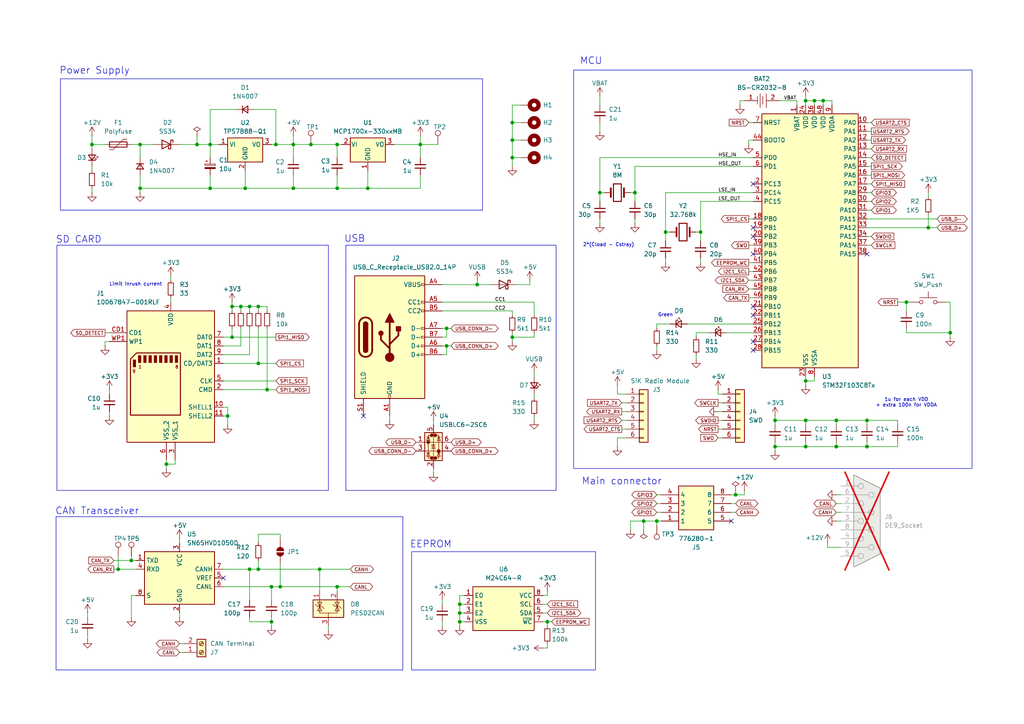
<source format=kicad_sch>
(kicad_sch (version 20250114) (generator "eeschema") (generator_version "9.0")
  (paper "A4")
  (lib_symbols
    (symbol "!LJC:L78M"
      (property "Reference" "U" (at 4.318 9.652 0))
      (property "Value" "L78M05CDT" (at 5.334 7.366 0))
      (symbol "L78M_1_1"
        (pin power_in line (at -2.54 3.81 0) (length 2.54) (name "VI") (number "1"))
        (pin power_in line (at 5.08 -3.81 90) (length 2.54) (name "GND") (number "2"))
        (pin power_out line (at 12.7 3.81 180) (length 2.54) (name "VO") (number "3"))
      )
    )
    (symbol "10067847-001RLF:10067847-001RLF"
      (property "Reference" "J" (at 77.978 11.938 0))
      (property "Value" "10067847-001RLF" (at 77.978 9.398 0))
      (symbol "10067847-001RLF_1_1"
        (text "8" (at 73.152 -9.906 0) (effects (font (size 0.9 0.9))))
        (text "1" (at 83.82 -9.906 0) (effects (font (size 0.9 0.9))))
        (text "9" (at 85.598 -11.176 0) (effects (font (size 0.9 0.9))))
        (pin bidirectional line (at 59.69 -1.27 0) (length 2.54) (name "DAT0") (number "7"))
        (pin bidirectional line (at 59.69 -3.81 0) (length 2.54) (name "DAT1") (number "8"))
        (pin bidirectional line (at 59.69 -6.35 0) (length 2.54) (name "DAT2") (number "9"))
        (pin bidirectional line (at 59.69 -8.89 0) (length 2.54) (name "CD/DAT3") (number "1"))
        (pin input line (at 59.69 -13.97 0) (length 2.54) (name "CLK") (number "5"))
        (pin bidirectional line (at 59.69 -16.51 0) (length 2.54) (name "CMD") (number "2"))
        (pin passive line (at 59.69 -21.59 0) (length 2.54) (name "SHELL1") (number "10"))
        (pin passive line (at 59.69 -24.13 0) (length 2.54) (name "SHELL2") (number "11"))
        (pin passive line (at 73.66 -36.83 90) (length 5.08) (name "VSS_1") (number "3"))
        (pin power_in line (at 74.93 8.89 270) (length 2.54) (name "VDD") (number "4"))
        (pin passive line (at 76.2 -36.83 90) (length 5.08) (name "VSS_2") (number "6"))
        (pin passive line (at 92.71 0 180) (length 5.08) (name "CD1") (number "CD1"))
        (pin passive line (at 92.71 -2.54 180) (length 5.08) (name "WP1") (number "WP1"))
      )
    )
    (symbol "776280-1:776280-1"
      (property "Reference" "J" (at 16.51 7.62 0))
      (property "Value" "776280-1" (at 16.51 5.08 0))
      (symbol "776280-1_1_1"
        (pin passive line (at 0 0 0) (length 5.08) (name "1") (number "1"))
        (pin passive line (at 0 -2.54 0) (length 5.08) (name "2") (number "2"))
        (pin passive line (at 0 -5.08 0) (length 5.08) (name "3") (number "3"))
        (pin passive line (at 0 -7.62 0) (length 5.08) (name "4") (number "4"))
        (pin passive line (at 20.32 0 180) (length 5.08) (name "5") (number "5"))
        (pin passive line (at 20.32 -2.54 180) (length 5.08) (name "6") (number "6"))
        (pin passive line (at 20.32 -5.08 180) (length 5.08) (name "7") (number "7"))
        (pin passive line (at 20.32 -7.62 180) (length 5.08) (name "8") (number "8"))
      )
    )
    (symbol "Connector:DE9_Socket" (pin_names (offset 1.016) (hide yes))
      (property "Reference" "J" (at 0 13.97 0))
      (property "Value" "DE9_Socket" (at 0 -14.605 0))
      (symbol "DE9_Socket_1_1"
        (pin passive line (at -7.62 10.16 0) (length 3.81) (name "1") (number "1"))
        (pin passive line (at -7.62 7.62 0) (length 3.81) (name "6") (number "6"))
        (pin passive line (at -7.62 5.08 0) (length 3.81) (name "2") (number "2"))
        (pin passive line (at -7.62 2.54 0) (length 3.81) (name "7") (number "7"))
        (pin passive line (at -7.62 0 0) (length 3.81) (name "3") (number "3"))
        (pin passive line (at -7.62 -2.54 0) (length 3.81) (name "8") (number "8"))
        (pin passive line (at -7.62 -5.08 0) (length 3.81) (name "4") (number "4"))
        (pin passive line (at -7.62 -7.62 0) (length 3.81) (name "9") (number "9"))
        (pin passive line (at -7.62 -10.16 0) (length 3.81) (name "5") (number "5"))
      )
    )
    (symbol "Connector:Screw_Terminal_01x02" (pin_names (offset 1.016) (hide yes))
      (property "Reference" "J" (at 0 2.54 0))
      (property "Value" "Screw_Terminal_01x02" (at 0 -5.08 0))
      (symbol "Screw_Terminal_01x02_1_1"
        (pin passive line (at -5.08 0 0) (length 3.81) (name "Pin_1") (number "1"))
        (pin passive line (at -5.08 -2.54 0) (length 3.81) (name "Pin_2") (number "2"))
      )
    )
    (symbol "Connector:TestPoint" (pin_numbers (hide yes)) (pin_names (offset 0.762) (hide yes))
      (property "Reference" "TP" (at 0 6.858 0))
      (property "Value" "TestPoint" (at 0 5.08 0))
      (symbol "TestPoint_1_1"
        (pin passive line (at 0 0 90) (length 2.54) (name "1") (number "1"))
      )
    )
    (symbol "Connector:USB_C_Receptacle_USB2.0_14P" (pin_names (offset 1.016))
      (property "Reference" "J" (at 0 22.225 0))
      (property "Value" "USB_C_Receptacle_USB2.0_14P" (at 0 19.685 0))
      (symbol "USB_C_Receptacle_USB2.0_14P_1_1"
        (pin passive line (at -7.62 -22.86 90) (length 5.08) (name "SHIELD") (number "S1"))
        (pin passive line (at 0 -22.86 90) (length 5.08) (name "GND") (number "A1"))
        (pin passive line (at 0 -22.86 90) (length 5.08) (hide yes) (name "GND") (number "A12"))
        (pin passive line (at 0 -22.86 90) (length 5.08) (hide yes) (name "GND") (number "B1"))
        (pin passive line (at 0 -22.86 90) (length 5.08) (hide yes) (name "GND") (number "B12"))
        (pin passive line (at 15.24 15.24 180) (length 5.08) (name "VBUS") (number "A4"))
        (pin passive line (at 15.24 15.24 180) (length 5.08) (hide yes) (name "VBUS") (number "A9"))
        (pin passive line (at 15.24 15.24 180) (length 5.08) (hide yes) (name "VBUS") (number "B4"))
        (pin passive line (at 15.24 15.24 180) (length 5.08) (hide yes) (name "VBUS") (number "B9"))
        (pin bidirectional line (at 15.24 10.16 180) (length 5.08) (name "CC1") (number "A5"))
        (pin bidirectional line (at 15.24 7.62 180) (length 5.08) (name "CC2") (number "B5"))
        (pin bidirectional line (at 15.24 2.54 180) (length 5.08) (name "D-") (number "A7"))
        (pin bidirectional line (at 15.24 0 180) (length 5.08) (name "D-") (number "B7"))
        (pin bidirectional line (at 15.24 -2.54 180) (length 5.08) (name "D+") (number "A6"))
        (pin bidirectional line (at 15.24 -5.08 180) (length 5.08) (name "D+") (number "B6"))
      )
    )
    (symbol "Connector_Generic:Conn_01x06" (pin_names (offset 1.016) (hide yes))
      (property "Reference" "J" (at 0 7.62 0))
      (property "Value" "Conn_01x06" (at 0 -10.16 0))
      (symbol "Conn_01x06_1_1"
        (pin passive line (at -5.08 5.08 0) (length 3.81) (name "Pin_1") (number "1"))
        (pin passive line (at -5.08 2.54 0) (length 3.81) (name "Pin_2") (number "2"))
        (pin passive line (at -5.08 0 0) (length 3.81) (name "Pin_3") (number "3"))
        (pin passive line (at -5.08 -2.54 0) (length 3.81) (name "Pin_4") (number "4"))
        (pin passive line (at -5.08 -5.08 0) (length 3.81) (name "Pin_5") (number "5"))
        (pin passive line (at -5.08 -7.62 0) (length 3.81) (name "Pin_6") (number "6"))
      )
    )
    (symbol "Device:C_Polarized_Small" (pin_numbers (hide yes)) (pin_names (offset 0.254) (hide yes))
      (property "Reference" "C" (at 0.254 1.778 0))
      (property "Value" "C_Polarized_Small" (at 0.254 -2.032 0))
      (symbol "C_Polarized_Small_1_1"
        (pin passive line (at 0 2.54 270) (length 1.8542) (name "~") (number "1"))
        (pin passive line (at 0 -2.54 90) (length 1.8542) (name "~") (number "2"))
      )
    )
    (symbol "Device:C_Small" (pin_numbers (hide yes)) (pin_names (offset 0.254) (hide yes))
      (property "Reference" "C" (at 0.254 1.778 0))
      (property "Value" "C_Small" (at 0.254 -2.032 0))
      (symbol "C_Small_1_1"
        (pin passive line (at 0 2.54 270) (length 2.032) (name "~") (number "1"))
        (pin passive line (at 0 -2.54 90) (length 2.032) (name "~") (number "2"))
      )
    )
    (symbol "Device:Crystal" (pin_numbers (hide yes)) (pin_names (offset 1.016) (hide yes))
      (property "Reference" "Y" (at 0 3.81 0))
      (property "Value" "Crystal" (at 0 -3.81 0))
      (symbol "Crystal_1_1"
        (pin passive line (at -3.81 0 0) (length 1.27) (name "1") (number "1"))
        (pin passive line (at 3.81 0 180) (length 1.27) (name "2") (number "2"))
      )
    )
    (symbol "Device:D_Small" (pin_numbers (hide yes)) (pin_names (offset 0.254) (hide yes))
      (property "Reference" "D" (at -1.27 2.032 0))
      (property "Value" "D_Small" (at -3.81 -2.032 0))
      (symbol "D_Small_1_1"
        (pin passive line (at -2.54 0 0) (length 1.778) (name "K") (number "1"))
        (pin passive line (at 2.54 0 180) (length 1.778) (name "A") (number "2"))
      )
    )
    (symbol "Device:LED_Small" (pin_numbers (hide yes)) (pin_names (offset 0.254) (hide yes))
      (property "Reference" "D" (at -1.27 3.175 0))
      (property "Value" "LED_Small" (at -4.445 -2.54 0))
      (symbol "LED_Small_1_1"
        (pin passive line (at -2.54 0 0) (length 1.778) (name "K") (number "1"))
        (pin passive line (at 2.54 0 180) (length 1.778) (name "A") (number "2"))
      )
    )
    (symbol "Device:Polyfuse" (pin_numbers (hide yes)) (pin_names (offset 0))
      (property "Reference" "F" (at -2.54 0 90))
      (property "Value" "Polyfuse" (at 2.54 0 90))
      (symbol "Polyfuse_1_1"
        (pin passive line (at 0 3.81 270) (length 1.27) (name "~") (number "1"))
        (pin passive line (at 0 -3.81 90) (length 1.27) (name "~") (number "2"))
      )
    )
    (symbol "Device:R_Small" (pin_numbers (hide yes)) (pin_names (offset 0.254) (hide yes))
      (property "Reference" "R" (at 0.762 0.508 0))
      (property "Value" "R_Small" (at 0.762 -1.016 0))
      (symbol "R_Small_1_1"
        (pin passive line (at 0 2.54 270) (length 0.762) (name "~") (number "1"))
        (pin passive line (at 0 -2.54 90) (length 0.762) (name "~") (number "2"))
      )
    )
    (symbol "Diode:SS34" (pin_numbers (hide yes)) (pin_names (offset 1.016) (hide yes))
      (property "Reference" "D" (at 0 2.54 0))
      (property "Value" "SS34" (at 0 -2.54 0))
      (symbol "SS34_1_1"
        (pin passive line (at -3.81 0 0) (length 2.54) (name "K") (number "1"))
        (pin passive line (at 3.81 0 180) (length 2.54) (name "A") (number "2"))
      )
    )
    (symbol "Interface_CAN_LIN:SN65HVD1050D"
      (property "Reference" "U" (at -8.89 8.89 0))
      (property "Value" "SN65HVD1050D" (at 1.27 8.89 0))
      (symbol "SN65HVD1050D_1_1"
        (pin input line (at -12.7 5.08 0) (length 2.54) (name "TXD") (number "1"))
        (pin output line (at -12.7 2.54 0) (length 2.54) (name "RXD") (number "4"))
        (pin input line (at -12.7 -5.08 0) (length 2.54) (name "S") (number "8"))
        (pin power_in line (at 0 10.16 270) (length 2.54) (name "VCC") (number "3"))
        (pin power_in line (at 0 -10.16 90) (length 2.54) (name "GND") (number "2"))
        (pin bidirectional line (at 12.7 2.54 180) (length 2.54) (name "CANH") (number "7"))
        (pin passive line (at 12.7 0 180) (length 2.54) (name "VREF") (number "5"))
        (pin bidirectional line (at 12.7 -2.54 180) (length 2.54) (name "CANL") (number "6"))
      )
    )
    (symbol "Jumper:SolderJumper_2_Open" (pin_numbers (hide yes)) (pin_names (offset 0) (hide yes)) (exclude_from_sim yes) (in_bom no)
      (property "Reference" "JP" (at 0 2.032 0))
      (property "Value" "SolderJumper_2_Open" (at 0 -2.54 0))
      (symbol "SolderJumper_2_Open_1_1"
        (pin passive line (at -3.81 0 0) (length 2.54) (name "A") (number "1"))
        (pin passive line (at 3.81 0 180) (length 2.54) (name "B") (number "2"))
      )
    )
    (symbol "MCU_ST_STM32F1:STM32F103C8Tx"
      (property "Reference" "U" (at -12.7 39.37 0))
      (property "Value" "STM32F103C8Tx" (at 10.16 39.37 0))
      (symbol "STM32F103C8Tx_1_1"
        (pin input line (at -15.24 35.56 0) (length 2.54) (name "NRST") (number "7"))
        (pin input line (at -15.24 30.48 0) (length 2.54) (name "BOOT0") (number "44"))
        (pin bidirectional line (at -15.24 25.4 0) (length 2.54) (name "PD0") (number "5"))
        (pin bidirectional line (at -15.24 22.86 0) (length 2.54) (name "PD1") (number "6"))
        (pin bidirectional line (at -15.24 17.78 0) (length 2.54) (name "PC13") (number "2"))
        (pin bidirectional line (at -15.24 15.24 0) (length 2.54) (name "PC14") (number "3"))
        (pin bidirectional line (at -15.24 12.7 0) (length 2.54) (name "PC15") (number "4"))
        (pin bidirectional line (at -15.24 7.62 0) (length 2.54) (name "PB0") (number "18"))
        (pin bidirectional line (at -15.24 5.08 0) (length 2.54) (name "PB1") (number "19"))
        (pin bidirectional line (at -15.24 2.54 0) (length 2.54) (name "PB2") (number "20"))
        (pin bidirectional line (at -15.24 0 0) (length 2.54) (name "PB3") (number "39"))
        (pin bidirectional line (at -15.24 -2.54 0) (length 2.54) (name "PB4") (number "40"))
        (pin bidirectional line (at -15.24 -5.08 0) (length 2.54) (name "PB5") (number "41"))
        (pin bidirectional line (at -15.24 -7.62 0) (length 2.54) (name "PB6") (number "42"))
        (pin bidirectional line (at -15.24 -10.16 0) (length 2.54) (name "PB7") (number "43"))
        (pin bidirectional line (at -15.24 -12.7 0) (length 2.54) (name "PB8") (number "45"))
        (pin bidirectional line (at -15.24 -15.24 0) (length 2.54) (name "PB9") (number "46"))
        (pin bidirectional line (at -15.24 -17.78 0) (length 2.54) (name "PB10") (number "21"))
        (pin bidirectional line (at -15.24 -20.32 0) (length 2.54) (name "PB11") (number "22"))
        (pin bidirectional line (at -15.24 -22.86 0) (length 2.54) (name "PB12") (number "25"))
        (pin bidirectional line (at -15.24 -25.4 0) (length 2.54) (name "PB13") (number "26"))
        (pin bidirectional line (at -15.24 -27.94 0) (length 2.54) (name "PB14") (number "27"))
        (pin bidirectional line (at -15.24 -30.48 0) (length 2.54) (name "PB15") (number "28"))
        (pin power_in line (at -2.54 40.64 270) (length 2.54) (name "VBAT") (number "1"))
        (pin power_in line (at 0 40.64 270) (length 2.54) (name "VDD") (number "24"))
        (pin power_in line (at 0 -38.1 90) (length 2.54) (name "VSS") (number "23"))
        (pin passive line (at 0 -38.1 90) (length 2.54) (hide yes) (name "VSS") (number "35"))
        (pin passive line (at 0 -38.1 90) (length 2.54) (hide yes) (name "VSS") (number "47"))
        (pin power_in line (at 2.54 40.64 270) (length 2.54) (name "VDD") (number "36"))
        (pin power_in line (at 2.54 -38.1 90) (length 2.54) (name "VSSA") (number "8"))
        (pin power_in line (at 5.08 40.64 270) (length 2.54) (name "VDD") (number "48"))
        (pin power_in line (at 7.62 40.64 270) (length 2.54) (name "VDDA") (number "9"))
        (pin bidirectional line (at 17.78 35.56 180) (length 2.54) (name "PA0") (number "10"))
        (pin bidirectional line (at 17.78 33.02 180) (length 2.54) (name "PA1") (number "11"))
        (pin bidirectional line (at 17.78 30.48 180) (length 2.54) (name "PA2") (number "12"))
        (pin bidirectional line (at 17.78 27.94 180) (length 2.54) (name "PA3") (number "13"))
        (pin bidirectional line (at 17.78 25.4 180) (length 2.54) (name "PA4") (number "14"))
        (pin bidirectional line (at 17.78 22.86 180) (length 2.54) (name "PA5") (number "15"))
        (pin bidirectional line (at 17.78 20.32 180) (length 2.54) (name "PA6") (number "16"))
        (pin bidirectional line (at 17.78 17.78 180) (length 2.54) (name "PA7") (number "17"))
        (pin bidirectional line (at 17.78 15.24 180) (length 2.54) (name "PA8") (number "29"))
        (pin bidirectional line (at 17.78 12.7 180) (length 2.54) (name "PA9") (number "30"))
        (pin bidirectional line (at 17.78 10.16 180) (length 2.54) (name "PA10") (number "31"))
        (pin bidirectional line (at 17.78 7.62 180) (length 2.54) (name "PA11") (number "32"))
        (pin bidirectional line (at 17.78 5.08 180) (length 2.54) (name "PA12") (number "33"))
        (pin bidirectional line (at 17.78 2.54 180) (length 2.54) (name "PA13") (number "34"))
        (pin bidirectional line (at 17.78 0 180) (length 2.54) (name "PA14") (number "37"))
        (pin bidirectional line (at 17.78 -2.54 180) (length 2.54) (name "PA15") (number "38"))
      )
    )
    (symbol "Mechanical:MountingHole_Pad" (pin_numbers (hide yes)) (pin_names (offset 1.016) (hide yes)) (exclude_from_sim yes) (in_bom no)
      (property "Reference" "H" (at 0 6.35 0))
      (property "Value" "MountingHole_Pad" (at 0 4.445 0))
      (symbol "MountingHole_Pad_1_1"
        (pin input line (at 0 -2.54 90) (length 2.54) (name "1") (number "1"))
      )
    )
    (symbol "Power_Protection:NUP2105L" (pin_names (hide yes))
      (property "Reference" "D" (at 5.715 2.54 0))
      (property "Value" "NUP2105L" (at 5.715 0.635 0))
      (symbol "NUP2105L_0_0"
        (pin passive line (at 0 -5.08 90) (length 2.54) (name "A") (number "3"))
      )
      (symbol "NUP2105L_1_1"
        (pin passive line (at -2.54 5.08 270) (length 2.54) (name "K") (number "1"))
        (pin passive line (at 2.54 5.08 270) (length 2.54) (name "K") (number "2"))
      )
    )
    (symbol "Power_Protection:USBLC6-2SC6" (pin_names (hide yes))
      (property "Reference" "U" (at 0.635 5.715 0))
      (property "Value" "USBLC6-2SC6" (at 0.635 3.81 0))
      (symbol "USBLC6-2SC6_1_1"
        (pin passive line (at -5.08 0 0) (length 2.54) (name "I/O1") (number "1"))
        (pin passive line (at -5.08 -2.54 0) (length 2.54) (name "I/O2") (number "3"))
        (pin passive line (at 0 5.08 270) (length 2.54) (name "VBUS") (number "5"))
        (pin passive line (at 0 -7.62 90) (length 2.54) (name "GND") (number "2"))
        (pin passive line (at 5.08 0 180) (length 2.54) (name "I/O1") (number "6"))
        (pin passive line (at 5.08 -2.54 180) (length 2.54) (name "I/O2") (number "4"))
      )
    )
    (symbol "Regulator_Linear:MCP1700x-330xxMB" (pin_names (offset 0.254))
      (property "Reference" "U" (at -3.81 3.175 0))
      (property "Value" "MCP1700x-330xxMB" (at 0 3.175 0))
      (symbol "MCP1700x-330xxMB_1_1"
        (pin power_in line (at -7.62 0 0) (length 2.54) (name "VI") (number "2"))
        (pin power_in line (at 0 -7.62 90) (length 2.54) (name "GND") (number "1"))
        (pin power_out line (at 7.62 0 180) (length 2.54) (name "VO") (number "3"))
      )
    )
    (symbol "Switch:SW_Push" (pin_numbers (hide yes)) (pin_names (offset 1.016) (hide yes))
      (property "Reference" "SW" (at 1.27 2.54 0))
      (property "Value" "SW_Push" (at 0 -1.524 0))
      (symbol "SW_Push_0_1"
        (pin passive line (at -5.08 0 0) (length 2.54) (name "1") (number "1"))
        (pin passive line (at 5.08 0 180) (length 2.54) (name "2") (number "2"))
      )
    )
    (symbol "bms_master:M24C64-R"
      (property "Reference" "U" (at 0.762 1.016 0))
      (property "Value" "M24C64-R" (at 12.7 1.016 0))
      (symbol "M24C64-R_0_0"
        (pin input line (at -2.54 -2.54 0) (length 2.54) (name "E0") (number "1"))
        (pin input line (at -2.54 -5.08 0) (length 2.54) (name "E1") (number "2"))
        (pin input line (at -2.54 -7.62 0) (length 2.54) (name "E2") (number "3"))
        (pin power_in line (at -2.54 -10.16 0) (length 2.54) (name "VSS") (number "4"))
        (pin power_in line (at 20.32 -2.54 180) (length 2.54) (name "VCC") (number "8"))
        (pin input line (at 20.32 -5.08 180) (length 2.54) (name "SCL") (number "6"))
        (pin tri_state line (at 20.32 -7.62 180) (length 2.54) (name "SDA") (number "5"))
        (pin input line (at 20.32 -10.16 180) (length 2.54) (name "~{WC}") (number "7"))
      )
    )
    (symbol "lib:BS-CR2032-8"
      (property "Reference" "BAT2" (at 0 6.35 0))
      (property "Value" "BS-CR2032-8" (at 0 3.81 0))
      (symbol "BS-CR2032-8_1_1"
        (pin input line (at -5.08 0 0) (length 3.81) (name "") (number "1"))
        (pin input line (at 5.08 0 180) (length 3.81) (name "") (number "2"))
      )
    )
    (symbol "power:+12V" (power) (pin_numbers (hide yes)) (pin_names (offset 0) (hide yes))
      (property "Value" "+12V" (at 0 3.556 0))
      (symbol "+12V_1_1"
        (pin power_in line (at 0 0 90) (length 0) (name "~") (number "1"))
      )
    )
    (symbol "power:+3V3" (power) (pin_numbers (hide yes)) (pin_names (offset 0) (hide yes))
      (property "Value" "+3V3" (at 0 3.556 0))
      (symbol "+3V3_1_1"
        (pin power_in line (at 0 0 90) (length 0) (name "~") (number "1"))
      )
    )
    (symbol "power:+5V" (power) (pin_numbers (hide yes)) (pin_names (offset 0) (hide yes))
      (property "Value" "+5V" (at 0 3.556 0))
      (symbol "+5V_1_1"
        (pin power_in line (at 0 0 90) (length 0) (name "~") (number "1"))
      )
    )
    (symbol "power:GND" (power) (pin_numbers (hide yes)) (pin_names (offset 0) (hide yes))
      (property "Value" "GND" (at 0 -3.81 0))
      (symbol "GND_1_1"
        (pin power_in line (at 0 0 270) (length 0) (name "~") (number "1"))
      )
    )
    (symbol "power:PWR_FLAG" (power) (pin_numbers (hide yes)) (pin_names (offset 0) (hide yes))
      (property "Value" "PWR_FLAG" (at 0 3.81 0))
      (symbol "PWR_FLAG_0_0"
        (pin power_out line (at 0 0 90) (length 0) (name "~") (number "1"))
      )
    )
    (symbol "power:VCC" (power) (pin_numbers (hide yes)) (pin_names (offset 0) (hide yes))
      (property "Value" "VCC" (at 0 3.556 0))
      (symbol "VCC_1_1"
        (pin power_in line (at 0 0 90) (length 0) (name "~") (number "1"))
      )
    )
  )
  (rectangle (start 16.256 149.86) (end 116.84 194.31))
  (rectangle (start 100.33 71.12) (end 161.29 142.24))
  (rectangle (start 119.38 160.02) (end 172.72 194.31))
  (rectangle (start 166.37 20.32) (end 281.94 135.89))
  (rectangle (start 16.51 71.12) (end 95.25 142.24))
  (rectangle (start 17.526 22.86) (end 139.954 60.96))
  (text "SD CARD" (at 22.86 69.596 0) (effects (font (size 2 2))))
  (text "Main connector" (at 180.34 139.7 0) (effects (font (size 2 2))))
  (text "1u for each VDD\n+ extra 100n for VDDA" (at 262.89 116.84 0) (effects (font (size 1 1))))
  (text "CAN Transceiver" (at 28.194 148.336 0) (effects (font (size 2 2))))
  (text "2*(Cload - Cstray)" (at 176.53 71.12 0) (effects (font (size 1 1))))
  (text "MCU" (at 171.45 17.78 0) (effects (font (size 2 2))))
  (text "USB" (at 102.87 69.342 0) (effects (font (size 2 2))))
  (text "EEPROM" (at 124.968 157.988 0) (effects (font (size 2 2))))
  (text "Limit inrush current" (at 39.37 82.55 0) (effects (font (size 1 1))))
  (text "Green" (at 193.04 91.44 0) (effects (font (size 1 1))))
  (text "Power Supply" (at 27.432 20.574 0) (effects (font (size 2 2))))
  (junction (at 74.93 105.41))
  (junction (at 129.54 100.33))
  (junction (at 133.35 180.34))
  (junction (at 85.09 41.91))
  (junction (at 71.12 54.61))
  (junction (at 233.68 29.21))
  (junction (at 67.31 88.9))
  (junction (at 80.01 41.91))
  (junction (at 48.26 134.62))
  (junction (at 251.46 129.54))
  (junction (at 184.15 55.88))
  (junction (at 148.59 35.56))
  (junction (at 269.24 66.04))
  (junction (at 121.92 41.91))
  (junction (at 97.79 170.18))
  (junction (at 213.36 143.51))
  (junction (at 97.79 41.91))
  (junction (at 148.59 40.64))
  (junction (at 133.35 177.8))
  (junction (at 233.68 121.92))
  (junction (at 72.39 165.1))
  (junction (at 242.57 121.92))
  (junction (at 67.31 97.79))
  (junction (at 74.93 88.9))
  (junction (at 40.64 54.61))
  (junction (at 233.68 110.49))
  (junction (at 60.96 41.91))
  (junction (at 203.2 67.31))
  (junction (at 233.68 129.54))
  (junction (at 242.57 129.54))
  (junction (at 148.59 97.79))
  (junction (at 57.15 41.91))
  (junction (at 129.54 95.25))
  (junction (at 78.74 170.18))
  (junction (at 236.22 29.21))
  (junction (at 92.71 165.1))
  (junction (at 148.59 45.72))
  (junction (at 138.43 82.55))
  (junction (at 40.64 41.91))
  (junction (at 262.89 87.63))
  (junction (at 190.5 151.13))
  (junction (at 224.79 129.54))
  (junction (at 193.04 67.31))
  (junction (at 275.59 96.52))
  (junction (at 81.28 170.18))
  (junction (at 238.76 29.21))
  (junction (at 66.04 120.65))
  (junction (at 133.35 175.26))
  (junction (at 90.17 41.91))
  (junction (at 186.69 151.13))
  (junction (at 173.99 55.88))
  (junction (at 158.75 180.34))
  (junction (at 34.29 165.1))
  (junction (at 97.79 54.61))
  (junction (at 85.09 54.61))
  (junction (at 74.93 165.1))
  (junction (at 78.74 180.34))
  (junction (at 38.1 162.56))
  (junction (at 77.47 113.03))
  (junction (at 251.46 121.92))
  (junction (at 60.96 54.61))
  (junction (at 72.39 88.9))
  (junction (at 69.85 88.9))
  (junction (at 106.68 54.61))
  (junction (at 26.67 41.91))
  (junction (at 224.79 121.92))
  (no_connect (at 212.09 151.13))
  (no_connect (at 64.77 167.64))
  (no_connect (at 218.44 66.04))
  (no_connect (at 218.44 91.44))
  (no_connect (at 251.46 73.66))
  (no_connect (at 218.44 68.58))
  (no_connect (at 218.44 99.06))
  (no_connect (at 218.44 53.34))
  (no_connect (at 218.44 101.6))
  (no_connect (at 105.41 120.65))
  (no_connect (at 218.44 88.9))
  (no_connect (at 218.44 73.66))
  (wire (pts (xy 233.68 128.27) (xy 233.68 129.54)))
  (wire (pts (xy 154.94 96.52) (xy 154.94 97.79)))
  (wire (pts (xy 66.04 118.11) (xy 64.77 118.11)))
  (wire (pts (xy 60.96 54.61) (xy 40.64 54.61)))
  (wire (pts (xy 203.2 67.31) (xy 201.93 67.31)))
  (wire (pts (xy 148.59 35.56) (xy 148.59 40.64)))
  (wire (pts (xy 148.59 96.52) (xy 148.59 97.79)))
  (wire (pts (xy 34.29 165.1) (xy 39.37 165.1)))
  (wire (pts (xy 148.59 90.17) (xy 128.27 90.17)))
  (wire (pts (xy 148.59 45.72) (xy 148.59 48.26)))
  (wire (pts (xy 193.04 67.31) (xy 194.31 67.31)))
  (wire (pts (xy 212.09 146.05) (xy 213.36 146.05)))
  (wire (pts (xy 72.39 88.9) (xy 74.93 88.9)))
  (wire (pts (xy 260.35 87.63) (xy 262.89 87.63)))
  (wire (pts (xy 240.03 158.75) (xy 243.84 158.75)))
  (wire (pts (xy 199.39 93.98) (xy 218.44 93.98)))
  (wire (pts (xy 148.59 40.64) (xy 148.59 45.72)))
  (wire (pts (xy 215.9 29.21) (xy 214.63 29.21)))
  (wire (pts (xy 233.68 129.54) (xy 242.57 129.54)))
  (wire (pts (xy 52.07 189.23) (xy 53.34 189.23)))
  (wire (pts (xy 190.5 143.51) (xy 191.77 143.51)))
  (wire (pts (xy 72.39 90.17) (xy 72.39 88.9)))
  (wire (pts (xy 52.07 156.21) (xy 52.07 157.48)))
  (wire (pts (xy 194.31 93.98) (xy 190.5 93.98)))
  (wire (pts (xy 33.02 162.56) (xy 38.1 162.56)))
  (wire (pts (xy 260.35 128.27) (xy 260.35 129.54)))
  (wire (pts (xy 78.74 170.18) (xy 81.28 170.18)))
  (wire (pts (xy 128.27 97.79) (xy 129.54 97.79)))
  (wire (pts (xy 78.74 180.34) (xy 78.74 181.61)))
  (wire (pts (xy 193.04 74.93) (xy 193.04 76.2)))
  (wire (pts (xy 72.39 179.07) (xy 72.39 180.34)))
  (wire (pts (xy 77.47 95.25) (xy 77.47 113.03)))
  (wire (pts (xy 242.57 128.27) (xy 242.57 129.54)))
  (wire (pts (xy 72.39 180.34) (xy 78.74 180.34)))
  (wire (pts (xy 148.59 35.56) (xy 148.59 30.48)))
  (wire (pts (xy 72.39 165.1) (xy 74.93 165.1)))
  (wire (pts (xy 233.68 129.54) (xy 224.79 129.54)))
  (wire (pts (xy 81.28 170.18) (xy 97.79 170.18)))
  (wire (pts (xy 40.64 50.8) (xy 40.64 54.61)))
  (wire (pts (xy 85.09 41.91) (xy 90.17 41.91)))
  (wire (pts (xy 275.59 96.52) (xy 275.59 97.79)))
  (wire (pts (xy 138.43 82.55) (xy 142.24 82.55)))
  (wire (pts (xy 218.44 55.88) (xy 193.04 55.88)))
  (wire (pts (xy 64.77 102.87) (xy 72.39 102.87)))
  (wire (pts (xy 215.9 142.24) (xy 215.9 143.51)))
  (wire (pts (xy 128.27 173.99) (xy 128.27 175.26)))
  (wire (pts (xy 90.17 41.91) (xy 97.79 41.91)))
  (wire (pts (xy 275.59 87.63) (xy 275.59 96.52)))
  (wire (pts (xy 48.26 134.62) (xy 48.26 135.89)))
  (wire (pts (xy 212.09 148.59) (xy 213.36 148.59)))
  (wire (pts (xy 242.57 129.54) (xy 251.46 129.54)))
  (wire (pts (xy 233.68 110.49) (xy 233.68 111.76)))
  (wire (pts (xy 240.03 157.48) (xy 240.03 158.75)))
  (wire (pts (xy 173.99 45.72) (xy 173.99 55.88)))
  (wire (pts (xy 85.09 39.37) (xy 85.09 41.91)))
  (wire (pts (xy 72.39 165.1) (xy 72.39 173.99)))
  (wire (pts (xy 208.28 124.46) (xy 209.55 124.46)))
  (wire (pts (xy 49.53 80.01) (xy 49.53 81.28)))
  (wire (pts (xy 64.77 100.33) (xy 69.85 100.33)))
  (wire (pts (xy 236.22 110.49) (xy 236.22 109.22)))
  (wire (pts (xy 269.24 62.23) (xy 269.24 66.04)))
  (wire (pts (xy 154.94 87.63) (xy 128.27 87.63)))
  (wire (pts (xy 25.4 177.8) (xy 25.4 179.07)))
  (wire (pts (xy 121.92 39.37) (xy 121.92 41.91)))
  (wire (pts (xy 77.47 113.03) (xy 64.77 113.03)))
  (wire (pts (xy 251.46 50.8) (xy 252.73 50.8)))
  (wire (pts (xy 233.68 30.48) (xy 233.68 29.21)))
  (wire (pts (xy 210.82 96.52) (xy 218.44 96.52)))
  (wire (pts (xy 129.54 102.87) (xy 129.54 100.33)))
  (wire (pts (xy 218.44 48.26) (xy 184.15 48.26)))
  (wire (pts (xy 242.57 143.51) (xy 243.84 143.51)))
  (wire (pts (xy 38.1 172.72) (xy 38.1 179.07)))
  (wire (pts (xy 224.79 121.92) (xy 233.68 121.92)))
  (wire (pts (xy 133.35 181.61) (xy 133.35 180.34)))
  (wire (pts (xy 190.5 148.59) (xy 191.77 148.59)))
  (wire (pts (xy 148.59 91.44) (xy 148.59 90.17)))
  (wire (pts (xy 66.04 123.19) (xy 66.04 120.65)))
  (wire (pts (xy 95.25 181.61) (xy 95.25 182.88)))
  (wire (pts (xy 208.28 119.38) (xy 209.55 119.38)))
  (wire (pts (xy 217.17 40.64) (xy 218.44 40.64)))
  (wire (pts (xy 106.68 49.53) (xy 106.68 54.61)))
  (wire (pts (xy 233.68 123.19) (xy 233.68 121.92)))
  (wire (pts (xy 208.28 114.3) (xy 208.28 113.03)))
  (wire (pts (xy 269.24 55.88) (xy 269.24 57.15)))
  (wire (pts (xy 85.09 41.91) (xy 80.01 41.91)))
  (wire (pts (xy 97.79 170.18) (xy 101.6 170.18)))
  (wire (pts (xy 26.67 41.91) (xy 30.48 41.91)))
  (wire (pts (xy 217.17 86.36) (xy 218.44 86.36)))
  (wire (pts (xy 252.73 43.18) (xy 251.46 43.18)))
  (wire (pts (xy 57.15 41.91) (xy 60.96 41.91)))
  (wire (pts (xy 201.93 102.87) (xy 201.93 104.14)))
  (wire (pts (xy 184.15 48.26) (xy 184.15 55.88)))
  (wire (pts (xy 60.96 50.8) (xy 60.96 54.61)))
  (wire (pts (xy 40.64 54.61) (xy 40.64 55.88)))
  (wire (pts (xy 30.48 99.06) (xy 31.75 99.06)))
  (wire (pts (xy 64.77 110.49) (xy 80.01 110.49)))
  (wire (pts (xy 71.12 54.61) (xy 71.12 49.53)))
  (wire (pts (xy 121.92 54.61) (xy 106.68 54.61)))
  (wire (pts (xy 81.28 154.94) (xy 74.93 154.94)))
  (wire (pts (xy 67.31 87.63) (xy 67.31 88.9)))
  (wire (pts (xy 158.75 180.34) (xy 158.75 181.61)))
  (wire (pts (xy 217.17 63.5) (xy 218.44 63.5)))
  (wire (pts (xy 251.46 53.34) (xy 252.73 53.34)))
  (wire (pts (xy 97.79 54.61) (xy 85.09 54.61)))
  (wire (pts (xy 48.26 133.35) (xy 48.26 134.62)))
  (wire (pts (xy 154.94 114.3) (xy 154.94 115.57)))
  (wire (pts (xy 30.48 100.33) (xy 30.48 99.06)))
  (wire (pts (xy 26.67 49.53) (xy 26.67 48.26)))
  (wire (pts (xy 85.09 54.61) (xy 71.12 54.61)))
  (wire (pts (xy 77.47 90.17) (xy 77.47 88.9)))
  (wire (pts (xy 217.17 81.28) (xy 218.44 81.28)))
  (wire (pts (xy 184.15 55.88) (xy 184.15 58.42)))
  (wire (pts (xy 64.77 97.79) (xy 67.31 97.79)))
  (wire (pts (xy 128.27 100.33) (xy 129.54 100.33)))
  (wire (pts (xy 40.64 41.91) (xy 44.45 41.91)))
  (wire (pts (xy 205.74 96.52) (xy 201.93 96.52)))
  (wire (pts (xy 173.99 45.72) (xy 218.44 45.72)))
  (wire (pts (xy 50.8 133.35) (xy 50.8 134.62)))
  (wire (pts (xy 173.99 55.88) (xy 175.26 55.88)))
  (wire (pts (xy 251.46 128.27) (xy 251.46 129.54)))
  (wire (pts (xy 238.76 30.48) (xy 238.76 29.21)))
  (wire (pts (xy 26.67 55.88) (xy 26.67 54.61)))
  (wire (pts (xy 38.1 41.91) (xy 40.64 41.91)))
  (wire (pts (xy 60.96 31.75) (xy 60.96 41.91)))
  (wire (pts (xy 64.77 105.41) (xy 74.93 105.41)))
  (wire (pts (xy 173.99 27.94) (xy 173.99 30.48)))
  (wire (pts (xy 217.17 83.82) (xy 218.44 83.82)))
  (wire (pts (xy 38.1 161.29) (xy 38.1 162.56)))
  (wire (pts (xy 57.15 39.37) (xy 57.15 41.91)))
  (wire (pts (xy 212.09 143.51) (xy 213.36 143.51)))
  (wire (pts (xy 133.35 180.34) (xy 134.62 180.34)))
  (wire (pts (xy 74.93 90.17) (xy 74.93 88.9)))
  (wire (pts (xy 252.73 38.1) (xy 251.46 38.1)))
  (wire (pts (xy 80.01 31.75) (xy 80.01 41.91)))
  (wire (pts (xy 224.79 128.27) (xy 224.79 129.54)))
  (wire (pts (xy 179.07 127) (xy 181.61 127)))
  (wire (pts (xy 50.8 134.62) (xy 48.26 134.62)))
  (wire (pts (xy 236.22 29.21) (xy 236.22 30.48)))
  (wire (pts (xy 73.66 31.75) (xy 80.01 31.75)))
  (wire (pts (xy 231.14 30.48) (xy 231.14 29.21)))
  (wire (pts (xy 251.46 48.26) (xy 252.73 48.26)))
  (wire (pts (xy 201.93 96.52) (xy 201.93 97.79)))
  (wire (pts (xy 77.47 113.03) (xy 80.01 113.03)))
  (wire (pts (xy 262.89 95.25) (xy 262.89 96.52)))
  (wire (pts (xy 97.79 170.18) (xy 97.79 171.45)))
  (wire (pts (xy 173.99 55.88) (xy 173.99 58.42)))
  (wire (pts (xy 251.46 68.58) (xy 252.73 68.58)))
  (wire (pts (xy 33.02 165.1) (xy 34.29 165.1)))
  (wire (pts (xy 242.57 148.59) (xy 243.84 148.59)))
  (wire (pts (xy 128.27 102.87) (xy 129.54 102.87)))
  (wire (pts (xy 151.13 40.64) (xy 148.59 40.64)))
  (wire (pts (xy 251.46 121.92) (xy 260.35 121.92)))
  (wire (pts (xy 179.07 114.3) (xy 181.61 114.3)))
  (wire (pts (xy 217.17 35.56) (xy 218.44 35.56)))
  (wire (pts (xy 26.67 39.37) (xy 26.67 41.91)))
  (wire (pts (xy 148.59 45.72) (xy 151.13 45.72)))
  (wire (pts (xy 224.79 121.92) (xy 224.79 123.19)))
  (wire (pts (xy 158.75 172.72) (xy 157.48 172.72)))
  (wire (pts (xy 217.17 41.91) (xy 217.17 40.64)))
  (wire (pts (xy 60.96 41.91) (xy 63.5 41.91)))
  (wire (pts (xy 213.36 143.51) (xy 215.9 143.51)))
  (wire (pts (xy 274.32 87.63) (xy 275.59 87.63)))
  (wire (pts (xy 99.06 41.91) (xy 97.79 41.91)))
  (wire (pts (xy 203.2 58.42) (xy 203.2 67.31)))
  (wire (pts (xy 252.73 60.96) (xy 251.46 60.96)))
  (wire (pts (xy 26.67 43.18) (xy 26.67 41.91)))
  (wire (pts (xy 67.31 97.79) (xy 80.01 97.79)))
  (wire (pts (xy 133.35 175.26) (xy 133.35 177.8)))
  (wire (pts (xy 209.55 114.3) (xy 208.28 114.3)))
  (wire (pts (xy 78.74 179.07) (xy 78.74 180.34)))
  (wire (pts (xy 251.46 129.54) (xy 260.35 129.54)))
  (wire (pts (xy 233.68 27.94) (xy 233.68 29.21)))
  (wire (pts (xy 74.93 88.9) (xy 77.47 88.9)))
  (wire (pts (xy 190.5 151.13) (xy 190.5 152.4)))
  (wire (pts (xy 60.96 41.91) (xy 60.96 45.72)))
  (wire (pts (xy 190.5 93.98) (xy 190.5 95.25)))
  (wire (pts (xy 85.09 50.8) (xy 85.09 54.61)))
  (wire (pts (xy 158.75 171.45) (xy 158.75 172.72)))
  (wire (pts (xy 129.54 97.79) (xy 129.54 95.25)))
  (wire (pts (xy 190.5 146.05) (xy 191.77 146.05)))
  (wire (pts (xy 69.85 88.9) (xy 67.31 88.9)))
  (wire (pts (xy 64.77 170.18) (xy 78.74 170.18)))
  (wire (pts (xy 217.17 76.2) (xy 218.44 76.2)))
  (wire (pts (xy 180.34 119.38) (xy 181.61 119.38)))
  (wire (pts (xy 252.73 35.56) (xy 251.46 35.56)))
  (wire (pts (xy 173.99 63.5) (xy 173.99 64.77)))
  (wire (pts (xy 158.75 177.8) (xy 157.48 177.8)))
  (wire (pts (xy 69.85 100.33) (xy 69.85 95.25)))
  (wire (pts (xy 233.68 110.49) (xy 236.22 110.49)))
  (wire (pts (xy 74.93 154.94) (xy 74.93 157.48)))
  (wire (pts (xy 38.1 162.56) (xy 39.37 162.56)))
  (wire (pts (xy 67.31 88.9) (xy 67.31 90.17)))
  (wire (pts (xy 49.53 86.36) (xy 49.53 87.63)))
  (wire (pts (xy 180.34 124.46) (xy 181.61 124.46)))
  (wire (pts (xy 148.59 30.48) (xy 151.13 30.48)))
  (wire (pts (xy 251.46 123.19) (xy 251.46 121.92)))
  (wire (pts (xy 251.46 66.04) (xy 269.24 66.04)))
  (wire (pts (xy 67.31 95.25) (xy 67.31 97.79)))
  (wire (pts (xy 214.63 29.21) (xy 214.63 30.48)))
  (wire (pts (xy 242.57 146.05) (xy 243.84 146.05)))
  (wire (pts (xy 208.28 121.92) (xy 209.55 121.92)))
  (wire (pts (xy 40.64 45.72) (xy 40.64 41.91)))
  (wire (pts (xy 262.89 87.63) (xy 262.89 90.17)))
  (wire (pts (xy 66.04 120.65) (xy 66.04 118.11)))
  (wire (pts (xy 233.68 121.92) (xy 242.57 121.92)))
  (wire (pts (xy 121.92 45.72) (xy 121.92 41.91)))
  (wire (pts (xy 154.94 107.95) (xy 154.94 109.22)))
  (wire (pts (xy 158.75 180.34) (xy 160.02 180.34)))
  (wire (pts (xy 218.44 58.42) (xy 203.2 58.42)))
  (wire (pts (xy 190.5 151.13) (xy 191.77 151.13)))
  (wire (pts (xy 138.43 81.28) (xy 138.43 82.55)))
  (wire (pts (xy 242.57 121.92) (xy 251.46 121.92)))
  (wire (pts (xy 158.75 187.96) (xy 158.75 186.69)))
  (wire (pts (xy 121.92 41.91) (xy 114.3 41.91)))
  (wire (pts (xy 31.75 113.03) (xy 31.75 114.3)))
  (wire (pts (xy 148.59 97.79) (xy 148.59 99.06)))
  (wire (pts (xy 125.73 135.89) (xy 125.73 137.16)))
  (wire (pts (xy 106.68 54.61) (xy 97.79 54.61)))
  (wire (pts (xy 31.75 119.38) (xy 31.75 120.65)))
  (wire (pts (xy 158.75 175.26) (xy 157.48 175.26)))
  (wire (pts (xy 224.79 129.54) (xy 224.79 130.81)))
  (wire (pts (xy 180.34 121.92) (xy 181.61 121.92)))
  (wire (pts (xy 30.48 96.52) (xy 31.75 96.52)))
  (wire (pts (xy 81.28 156.21) (xy 81.28 154.94)))
  (wire (pts (xy 208.28 127) (xy 209.55 127)))
  (wire (pts (xy 128.27 95.25) (xy 129.54 95.25)))
  (wire (pts (xy 97.79 50.8) (xy 97.79 54.61)))
  (wire (pts (xy 251.46 71.12) (xy 252.73 71.12)))
  (wire (pts (xy 85.09 45.72) (xy 85.09 41.91)))
  (wire (pts (xy 190.5 100.33) (xy 190.5 101.6)))
  (wire (pts (xy 52.07 186.69) (xy 53.34 186.69)))
  (wire (pts (xy 134.62 172.72) (xy 133.35 172.72)))
  (wire (pts (xy 193.04 55.88) (xy 193.04 67.31)))
  (wire (pts (xy 134.62 175.26) (xy 133.35 175.26)))
  (wire (pts (xy 182.88 151.13) (xy 186.69 151.13)))
  (wire (pts (xy 128.27 180.34) (xy 128.27 181.61)))
  (wire (pts (xy 134.62 177.8) (xy 133.35 177.8)))
  (wire (pts (xy 64.77 120.65) (xy 66.04 120.65)))
  (wire (pts (xy 78.74 170.18) (xy 78.74 173.99)))
  (wire (pts (xy 157.48 180.34) (xy 158.75 180.34)))
  (wire (pts (xy 133.35 172.72) (xy 133.35 175.26)))
  (wire (pts (xy 208.28 116.84) (xy 209.55 116.84)))
  (wire (pts (xy 52.07 179.07) (xy 52.07 177.8)))
  (wire (pts (xy 81.28 163.83) (xy 81.28 170.18)))
  (wire (pts (xy 203.2 74.93) (xy 203.2 76.2)))
  (wire (pts (xy 262.89 96.52) (xy 275.59 96.52)))
  (wire (pts (xy 80.01 41.91) (xy 78.74 41.91)))
  (wire (pts (xy 68.58 31.75) (xy 60.96 31.75)))
  (wire (pts (xy 184.15 63.5) (xy 184.15 64.77)))
  (wire (pts (xy 186.69 151.13) (xy 190.5 151.13)))
  (wire (pts (xy 260.35 123.19) (xy 260.35 121.92)))
  (wire (pts (xy 74.93 162.56) (xy 74.93 165.1)))
  (wire (pts (xy 74.93 105.41) (xy 80.01 105.41)))
  (wire (pts (xy 154.94 120.65) (xy 154.94 121.92)))
  (wire (pts (xy 148.59 35.56) (xy 151.13 35.56)))
  (wire (pts (xy 129.54 100.33) (xy 130.81 100.33)))
  (wire (pts (xy 242.57 123.19) (xy 242.57 121.92)))
  (wire (pts (xy 69.85 90.17) (xy 69.85 88.9)))
  (wire (pts (xy 64.77 165.1) (xy 72.39 165.1)))
  (wire (pts (xy 133.35 177.8) (xy 133.35 180.34)))
  (wire (pts (xy 179.07 129.54) (xy 179.07 127)))
  (wire (pts (xy 92.71 165.1) (xy 92.71 171.45)))
  (wire (pts (xy 128.27 82.55) (xy 138.43 82.55)))
  (wire (pts (xy 154.94 91.44) (xy 154.94 87.63)))
  (wire (pts (xy 34.29 161.29) (xy 34.29 165.1)))
  (wire (pts (xy 182.88 151.13) (xy 182.88 153.67)))
  (wire (pts (xy 217.17 78.74) (xy 218.44 78.74)))
  (wire (pts (xy 71.12 54.61) (xy 60.96 54.61)))
  (wire (pts (xy 74.93 165.1) (xy 92.71 165.1)))
  (wire (pts (xy 251.46 45.72) (xy 252.73 45.72)))
  (wire (pts (xy 269.24 66.04) (xy 271.78 66.04)))
  (wire (pts (xy 125.73 121.92) (xy 125.73 123.19)))
  (wire (pts (xy 252.73 58.42) (xy 251.46 58.42)))
  (wire (pts (xy 241.3 29.21) (xy 238.76 29.21)))
  (wire (pts (xy 213.36 142.24) (xy 213.36 143.51)))
  (wire (pts (xy 238.76 29.21) (xy 236.22 29.21)))
  (wire (pts (xy 121.92 41.91) (xy 127 41.91)))
  (wire (pts (xy 252.73 55.88) (xy 251.46 55.88)))
  (wire (pts (xy 193.04 67.31) (xy 193.04 69.85)))
  (wire (pts (xy 92.71 165.1) (xy 101.6 165.1)))
  (wire (pts (xy 39.37 172.72) (xy 38.1 172.72)))
  (wire (pts (xy 203.2 67.31) (xy 203.2 69.85)))
  (wire (pts (xy 179.07 111.76) (xy 179.07 114.3)))
  (wire (pts (xy 52.07 41.91) (xy 57.15 41.91)))
  (wire (pts (xy 252.73 40.64) (xy 251.46 40.64)))
  (wire (pts (xy 251.46 63.5) (xy 271.78 63.5)))
  (wire (pts (xy 262.89 87.63) (xy 264.16 87.63)))
  (wire (pts (xy 233.68 110.49) (xy 233.68 109.22)))
  (wire (pts (xy 72.39 102.87) (xy 72.39 95.25)))
  (wire (pts (xy 74.93 95.25) (xy 74.93 105.41)))
  (wire (pts (xy 154.94 97.79) (xy 148.59 97.79)))
  (wire (pts (xy 129.54 95.25) (xy 130.81 95.25)))
  (wire (pts (xy 113.03 120.65) (xy 113.03 121.92)))
  (wire (pts (xy 233.68 29.21) (xy 236.22 29.21)))
  (wire (pts (xy 217.17 71.12) (xy 218.44 71.12)))
  (wire (pts (xy 186.69 151.13) (xy 186.69 153.67)))
  (wire (pts (xy 241.3 30.48) (xy 241.3 29.21)))
  (wire (pts (xy 224.79 120.65) (xy 224.79 121.92)))
  (wire (pts (xy 242.57 151.13) (xy 243.84 151.13)))
  (wire (pts (xy 69.85 88.9) (xy 72.39 88.9)))
  (wire (pts (xy 231.14 29.21) (xy 226.06 29.21)))
  (wire (pts (xy 153.67 81.28) (xy 153.67 82.55)))
  (wire (pts (xy 184.15 55.88) (xy 182.88 55.88)))
  (wire (pts (xy 173.99 35.56) (xy 173.99 38.1)))
  (wire (pts (xy 97.79 41.91) (xy 97.79 45.72)))
  (wire (pts (xy 153.67 82.55) (xy 149.86 82.55)))
  (wire (pts (xy 157.48 187.96) (xy 158.75 187.96)))
  (wire (pts (xy 121.92 50.8) (xy 121.92 54.61)))
  (wire (pts (xy 25.4 184.15) (xy 25.4 185.42)))
  (wire (pts (xy 180.34 116.84) (xy 181.61 116.84)))
  (label "VBAT" (at 227.33 29.21 0) (effects (font (size 1 1))))
  (label "CC2" (at 143.51 90.17 0) (effects (font (size 1 1))))
  (label "HSE_IN" (at 208.28 45.72 0) (effects (font (size 1 1))))
  (label "LSE_OUT" (at 208.28 58.42 0) (effects (font (size 1 1))))
  (label "LSE_IN" (at 208.28 55.88 0) (effects (font (size 1 1))))
  (label "CC1" (at 143.51 87.63 0) (effects (font (size 1 1))))
  (label "HSE_OUT" (at 208.28 48.26 0) (effects (font (size 1 1))))
  (global_label "USB_D-" (shape bidirectional) (at 120.65 128.27 180) (effects (font (size 1 1))) (property "Intersheetrefs" "${INTERSHEET_REFS}" (effects (hide yes))))
  (global_label "USART2_TX" (shape output) (at 252.73 40.64 0) (effects (font (size 1 1))) (property "Intersheetrefs" "${INTERSHEET_REFS}" (effects (hide yes))))
  (global_label "SWO" (shape output) (at 217.17 71.12 180) (effects (font (size 1 1))) (property "Intersheetrefs" "${INTERSHEET_REFS}" (effects (hide yes))))
  (global_label "SPI1_SCK" (shape input) (at 80.01 110.49 0) (effects (font (size 1 1))) (property "Intersheetrefs" "${INTERSHEET_REFS}" (effects (hide yes))))
  (global_label "I2C1_SDA" (shape bidirectional) (at 158.75 177.8 0) (effects (font (size 1 1))) (property "Intersheetrefs" "${INTERSHEET_REFS}" (effects (hide yes))))
  (global_label "GPIO3" (shape bidirectional) (at 252.73 55.88 0) (effects (font (size 1 1))) (property "Intersheetrefs" "${INTERSHEET_REFS}" (effects (hide yes))))
  (global_label "USB_CONN_D-" (shape bidirectional) (at 120.65 130.81 180) (effects (font (size 1 1))) (property "Intersheetrefs" "${INTERSHEET_REFS}" (effects (hide yes))))
  (global_label "NRST" (shape input) (at 217.17 35.56 180) (effects (font (size 1 1))) (property "Intersheetrefs" "${INTERSHEET_REFS}" (effects (hide yes))))
  (global_label "SPI1_MOSI" (shape input) (at 80.01 113.03 0) (effects (font (size 1 1))) (property "Intersheetrefs" "${INTERSHEET_REFS}" (effects (hide yes))))
  (global_label "SPI1_MOSI" (shape output) (at 252.73 50.8 0) (effects (font (size 1 1))) (property "Intersheetrefs" "${INTERSHEET_REFS}" (effects (hide yes))))
  (global_label "SD_DETECT" (shape input) (at 252.73 45.72 0) (effects (font (size 1 1))) (property "Intersheetrefs" "${INTERSHEET_REFS}" (effects (hide yes))))
  (global_label "GPIO2" (shape bidirectional) (at 190.5 146.05 180) (effects (font (size 1 1))) (property "Intersheetrefs" "${INTERSHEET_REFS}" (effects (hide yes))))
  (global_label "USB_D+" (shape bidirectional) (at 130.81 128.27 0) (effects (font (size 1 1))) (property "Intersheetrefs" "${INTERSHEET_REFS}" (effects (hide yes))))
  (global_label "CANL" (shape bidirectional) (at 213.36 146.05 0) (effects (font (size 1 1))) (property "Intersheetrefs" "${INTERSHEET_REFS}" (effects (hide yes))))
  (global_label "CANH" (shape bidirectional) (at 213.36 148.59 0) (effects (font (size 1 1))) (property "Intersheetrefs" "${INTERSHEET_REFS}" (effects (hide yes))))
  (global_label "SPI1_MISO" (shape output) (at 80.01 97.79 0) (effects (font (size 1 1))) (property "Intersheetrefs" "${INTERSHEET_REFS}" (effects (hide yes))))
  (global_label "SD_DETECT" (shape output) (at 30.48 96.52 180) (effects (font (size 1 1))) (property "Intersheetrefs" "${INTERSHEET_REFS}" (effects (hide yes))))
  (global_label "GPIO1" (shape bidirectional) (at 252.73 60.96 0) (effects (font (size 1 1))) (property "Intersheetrefs" "${INTERSHEET_REFS}" (effects (hide yes))))
  (global_label "CAN_RX" (shape input) (at 217.17 83.82 180) (effects (font (size 1 1))) (property "Intersheetrefs" "${INTERSHEET_REFS}" (effects (hide yes))))
  (global_label "SWDIO" (shape input) (at 252.73 68.58 0) (effects (font (size 1 1))) (property "Intersheetrefs" "${INTERSHEET_REFS}" (effects (hide yes))))
  (global_label "GPIO3" (shape bidirectional) (at 190.5 143.51 180) (effects (font (size 1 1))) (property "Intersheetrefs" "${INTERSHEET_REFS}" (effects (hide yes))))
  (global_label "USB_D-" (shape bidirectional) (at 271.78 63.5 0) (effects (font (size 1 1))) (property "Intersheetrefs" "${INTERSHEET_REFS}" (effects (hide yes))))
  (global_label "USART2_RX" (shape input) (at 252.73 43.18 0) (effects (font (size 1 1))) (property "Intersheetrefs" "${INTERSHEET_REFS}" (effects (hide yes))))
  (global_label "I2C1_SCL" (shape input) (at 158.75 175.26 0) (effects (font (size 1 1))) (property "Intersheetrefs" "${INTERSHEET_REFS}" (effects (hide yes))))
  (global_label "CANL" (shape bidirectional) (at 101.6 170.18 0) (effects (font (size 1 1))) (property "Intersheetrefs" "${INTERSHEET_REFS}" (effects (hide yes))))
  (global_label "CAN_TX" (shape output) (at 217.17 86.36 180) (effects (font (size 1 1))) (property "Intersheetrefs" "${INTERSHEET_REFS}" (effects (hide yes))))
  (global_label "USART2_RTS" (shape input) (at 180.34 121.92 180) (effects (font (size 1 1))) (property "Intersheetrefs" "${INTERSHEET_REFS}" (effects (hide yes))))
  (global_label "SPI1_MISO" (shape input) (at 252.73 53.34 0) (effects (font (size 1 1))) (property "Intersheetrefs" "${INTERSHEET_REFS}" (effects (hide yes))))
  (global_label "USB_CONN_D+" (shape bidirectional) (at 130.81 100.33 0) (effects (font (size 1 1))) (property "Intersheetrefs" "${INTERSHEET_REFS}" (effects (hide yes))))
  (global_label "NRST" (shape output) (at 208.28 124.46 180) (effects (font (size 1 1))) (property "Intersheetrefs" "${INTERSHEET_REFS}" (effects (hide yes))))
  (global_label "EEPROM_WC" (shape input) (at 160.02 180.34 0) (effects (font (size 1 1))) (property "Intersheetrefs" "${INTERSHEET_REFS}" (effects (hide yes))))
  (global_label "GPIO2" (shape bidirectional) (at 252.73 58.42 0) (effects (font (size 1 1))) (property "Intersheetrefs" "${INTERSHEET_REFS}" (effects (hide yes))))
  (global_label "CANH" (shape bidirectional) (at 242.57 148.59 180) (effects (font (size 1 1))) (property "Intersheetrefs" "${INTERSHEET_REFS}" (effects (hide yes))))
  (global_label "SWO" (shape input) (at 208.28 127 180) (effects (font (size 1 1))) (property "Intersheetrefs" "${INTERSHEET_REFS}" (effects (hide yes))))
  (global_label "USART2_RX" (shape output) (at 180.34 119.38 180) (effects (font (size 1 1))) (property "Intersheetrefs" "${INTERSHEET_REFS}" (effects (hide yes))))
  (global_label "USART2_CTS" (shape input) (at 252.73 35.56 0) (effects (font (size 1 1))) (property "Intersheetrefs" "${INTERSHEET_REFS}" (effects (hide yes))))
  (global_label "CAN_TX" (shape input) (at 33.02 162.56 180) (effects (font (size 1 1))) (property "Intersheetrefs" "${INTERSHEET_REFS}" (effects (hide yes))))
  (global_label "SWCLK" (shape output) (at 208.28 116.84 180) (effects (font (size 1 1))) (property "Intersheetrefs" "${INTERSHEET_REFS}" (effects (hide yes))))
  (global_label "CANL" (shape bidirectional) (at 52.07 189.23 180) (effects (font (size 1 1))) (property "Intersheetrefs" "${INTERSHEET_REFS}" (effects (hide yes))))
  (global_label "SWCLK" (shape input) (at 252.73 71.12 0) (effects (font (size 1 1))) (property "Intersheetrefs" "${INTERSHEET_REFS}" (effects (hide yes))))
  (global_label "SWDIO" (shape output) (at 208.28 121.92 180) (effects (font (size 1 1))) (property "Intersheetrefs" "${INTERSHEET_REFS}" (effects (hide yes))))
  (global_label "USART2_TX" (shape input) (at 180.34 116.84 180) (effects (font (size 1 1))) (property "Intersheetrefs" "${INTERSHEET_REFS}" (effects (hide yes))))
  (global_label "I2C1_SDA" (shape bidirectional) (at 217.17 81.28 180) (effects (font (size 1 1))) (property "Intersheetrefs" "${INTERSHEET_REFS}" (effects (hide yes))))
  (global_label "SPI1_SCK" (shape output) (at 252.73 48.26 0) (effects (font (size 1 1))) (property "Intersheetrefs" "${INTERSHEET_REFS}" (effects (hide yes))))
  (global_label "GPIO1" (shape bidirectional) (at 190.5 148.59 180) (effects (font (size 1 1))) (property "Intersheetrefs" "${INTERSHEET_REFS}" (effects (hide yes))))
  (global_label "CANL" (shape bidirectional) (at 242.57 146.05 180) (effects (font (size 1 1))) (property "Intersheetrefs" "${INTERSHEET_REFS}" (effects (hide yes))))
  (global_label "USART2_RTS" (shape output) (at 252.73 38.1 0) (effects (font (size 1 1))) (property "Intersheetrefs" "${INTERSHEET_REFS}" (effects (hide yes))))
  (global_label "SPI1_CS" (shape input) (at 80.01 105.41 0) (effects (font (size 1 1))) (property "Intersheetrefs" "${INTERSHEET_REFS}" (effects (hide yes))))
  (global_label "EEPROM_WC" (shape output) (at 217.17 76.2 180) (effects (font (size 1 1))) (property "Intersheetrefs" "${INTERSHEET_REFS}" (effects (hide yes))))
  (global_label "SPI1_CS" (shape output) (at 217.17 63.5 180) (effects (font (size 1 1))) (property "Intersheetrefs" "${INTERSHEET_REFS}" (effects (hide yes))))
  (global_label "USB_CONN_D-" (shape bidirectional) (at 130.81 95.25 0) (effects (font (size 1 1))) (property "Intersheetrefs" "${INTERSHEET_REFS}" (effects (hide yes))))
  (global_label "CANH" (shape bidirectional) (at 101.6 165.1 0) (effects (font (size 1 1))) (property "Intersheetrefs" "${INTERSHEET_REFS}" (effects (hide yes))))
  (global_label "USB_D+" (shape bidirectional) (at 271.78 66.04 0) (effects (font (size 1 1))) (property "Intersheetrefs" "${INTERSHEET_REFS}" (effects (hide yes))))
  (global_label "USB_CONN_D+" (shape bidirectional) (at 130.81 130.81 0) (effects (font (size 1 1))) (property "Intersheetrefs" "${INTERSHEET_REFS}" (effects (hide yes))))
  (global_label "NRST" (shape output) (at 260.35 87.63 180) (effects (font (size 1 1))) (property "Intersheetrefs" "${INTERSHEET_REFS}" (effects (hide yes))))
  (global_label "CANH" (shape bidirectional) (at 52.07 186.69 180) (effects (font (size 1 1))) (property "Intersheetrefs" "${INTERSHEET_REFS}" (effects (hide yes))))
  (global_label "I2C1_SCL" (shape output) (at 217.17 78.74 180) (effects (font (size 1 1))) (property "Intersheetrefs" "${INTERSHEET_REFS}" (effects (hide yes))))
  (global_label "CAN_RX" (shape output) (at 33.02 165.1 180) (effects (font (size 1 1))) (property "Intersheetrefs" "${INTERSHEET_REFS}" (effects (hide yes))))
  (global_label "USART2_CTS" (shape output) (at 180.34 124.46 180) (effects (font (size 1 1))) (property "Intersheetrefs" "${INTERSHEET_REFS}" (effects (hide yes))))
  (symbol (lib_id "!LJC:L78M") (at 66.04 45.72 0) (unit 1)
    (property "Reference" "U2" (at 71.12 35.56 0))
    (property "Value" "TPS7B88-Q1" (at 71.12 38.1 0))
    (property "Footprint" "Package_TO_SOT_SMD:TO-252-2" (effects (hide yes)))
  )
  (symbol (lib_id "lib:BS-CR2032-8") (at 220.98 29.21 0) (unit 1)
    (property "Reference" "BAT2" (at 220.98 22.86 0))
    (property "Value" "BS-CR2032-8" (at 220.98 25.4 0))
    (property "Footprint" "lib:BAT-SMD_BS-CR2032-8" (effects (hide yes)))
    (property "LCSC Part" "C7498149" (effects (hide yes)))
  )
  (symbol (lib_id "power:GND") (at 214.63 30.48 0) (unit 1)
    (property "Reference" "#PWR02" (effects (hide yes)))
    (property "Value" "GND" (effects (hide yes)))
    (property "Description" "Power symbol creates a global label with name \"GND\" , ground" (effects (hide yes)))
  )
  (symbol (lib_id "Device:LED_Small") (at 208.28 96.52 0) (unit 1)
    (property "Reference" "D6" (at 208.3435 92.71 0))
    (property "Value" "LED_Small" (effects (hide yes)))
    (property "Footprint" "LED_SMD:LED_0603_1608Metric" (effects (hide yes)))
    (property "Description" "Light emitting diode, small symbol" (effects (hide yes)))
  )
  (symbol (lib_id "Device:Crystal") (at 198.12 67.31 0) (unit 1)
    (property "Reference" "Y2" (at 198.12 59.69 0))
    (property "Value" "32.768k" (at 198.12 62.23 0))
    (property "Footprint" "Crystal:Crystal_SMD_G8-2Pin_3.2x1.5mm" (effects (hide yes)))
    (property "Datasheet" "https://www.lcsc.com/datasheet/lcsc_datasheet_2404180925_Seiko-Epson-Q13FC13500004_C32346.pdf" (effects (hide yes)))
    (property "Description" "Two pin crystal" (effects (hide yes)))
  )
  (symbol (lib_id "power:+3V3") (at 67.31 87.63 0) (unit 1)
    (property "Reference" "#PWR017" (effects (hide yes)))
    (property "Value" "+3V3" (at 67.31 83.82 0))
    (property "Description" "Power symbol creates a global label with name \"+3V3\"" (effects (hide yes)))
  )
  (symbol (lib_id "Connector:USB_C_Receptacle_USB2.0_14P") (at 113.03 97.79 0) (unit 1)
    (property "Reference" "J2" (at 114.808 74.93 0))
    (property "Value" "USB_C_Receptacle_USB2.0_14P" (at 117.348 77.47 0))
    (property "Footprint" "Connector_USB:USB_C_Receptacle_G-Switch_GT-USB-7010ASV" (effects (hide yes)))
    (property "Datasheet" "https://www.lcsc.com/datasheet/lcsc_datasheet_2411221125_G-Switch-GT-USB-7010ASV_C2988369.pdf" (effects (hide yes)))
    (property "Description" "USB 2.0-only 14P Type-C Receptacle connector" (effects (hide yes)))
  )
  (symbol (lib_id "Device:R_Small") (at 190.5 97.79 180) (unit 1)
    (property "Reference" "R14" (at 193.04 96.5199 0) (effects (justify right)))
    (property "Value" "330" (at 193.04 99.0599 0) (effects (justify right)))
    (property "Footprint" "Resistor_SMD:R_0603_1608Metric" (effects (hide yes)))
    (property "Description" "Resistor, small symbol" (effects (hide yes)))
  )
  (symbol (lib_id "Device:LED_Small") (at 26.67 45.72 270) (mirror x) (unit 1)
    (property "Reference" "D3" (at 22.352 45.72 90) (effects (justify left)))
    (property "Value" "LED_Small" (effects (hide yes)))
    (property "Footprint" "LED_SMD:LED_0603_1608Metric" (effects (hide yes)))
    (property "Description" "Light emitting diode, small symbol" (effects (hide yes)))
  )
  (symbol (lib_id "power:GND") (at 26.67 55.88 0) (unit 1)
    (property "Reference" "#PWR07" (effects (hide yes)))
    (property "Value" "GND" (effects (hide yes)))
    (property "Description" "Power symbol creates a global label with name \"GND\" , ground" (effects (hide yes)))
  )
  (symbol (lib_id "power:GND") (at 40.64 55.88 0) (unit 1)
    (property "Reference" "#PWR08" (effects (hide yes)))
    (property "Value" "GND" (effects (hide yes)))
    (property "Description" "Power symbol creates a global label with name \"GND\" , ground" (effects (hide yes)))
  )
  (symbol (lib_id "Device:R_Small") (at 154.94 93.98 0) (unit 1)
    (property "Reference" "R10" (at 156.21 92.71 0) (effects (justify left)))
    (property "Value" "5k1" (at 156.21 95.25 0) (effects (justify left)))
    (property "Footprint" "Resistor_SMD:R_0603_1608Metric" (effects (hide yes)))
    (property "Description" "Resistor, small symbol" (effects (hide yes)))
  )
  (symbol (lib_id "power:+3V3") (at 173.99 27.94 0) (unit 1)
    (property "Reference" "#PWR056" (effects (hide yes)))
    (property "Value" "VBAT" (at 173.99 24.13 0))
    (property "Description" "Power symbol creates a global label with name \"+3V3\"" (effects (hide yes)))
  )
  (symbol (lib_id "Device:R_Small") (at 72.39 92.71 0) (unit 1)
    (property "Reference" "R6" (effects (hide yes)))
    (property "Value" "33" (effects (hide yes)))
    (property "Footprint" "Resistor_SMD:R_0603_1608Metric" (effects (hide yes)))
    (property "Description" "Resistor, small symbol" (effects (hide yes)))
  )
  (symbol (lib_id "Device:C_Small") (at 262.89 92.71 0) (unit 1)
    (property "Reference" "C9" (at 265.43 91.4462 0) (effects (justify left)))
    (property "Value" "100n" (at 265.43 93.9862 0) (effects (justify left)))
    (property "Footprint" "Capacitor_SMD:C_0603_1608Metric" (effects (hide yes)))
    (property "Description" "Unpolarized capacitor, small symbol" (effects (hide yes)))
  )
  (symbol (lib_id "Device:R_Small") (at 49.53 83.82 0) (unit 1)
    (property "Reference" "R3" (at 52.07 82.5499 0) (effects (justify left)))
    (property "Value" "33" (at 52.07 85.09 0) (effects (justify left)))
    (property "Footprint" "Resistor_SMD:R_0603_1608Metric" (effects (hide yes)))
    (property "Description" "Resistor, small symbol" (effects (hide yes)))
  )
  (symbol (lib_id "Device:C_Small") (at 203.2 72.39 0) (mirror y) (unit 1)
    (property "Reference" "C8" (at 205.74 71.1262 0) (effects (justify right)))
    (property "Value" "20p" (at 205.74 73.6662 0) (effects (justify right)))
    (property "Footprint" "Capacitor_SMD:C_0603_1608Metric" (effects (hide yes)))
    (property "Description" "Unpolarized capacitor, small symbol" (effects (hide yes)))
  )
  (symbol (lib_id "Device:R_Small") (at 269.24 59.69 0) (unit 1)
    (property "Reference" "R2" (at 266.7 58.4199 0) (effects (justify right)))
    (property "Value" "1K5" (at 266.7 60.9599 0) (effects (justify right)))
    (property "Footprint" "Resistor_SMD:R_0603_1608Metric" (effects (hide yes)))
    (property "Description" "Resistor, small symbol" (effects (hide yes)))
  )
  (symbol (lib_id "power:GND") (at 242.57 143.51 270) (unit 1)
    (property "Reference" "#PWR039" (effects (hide yes)))
    (property "Value" "GND" (effects (hide yes)))
    (property "Description" "Power symbol creates a global label with name \"GND\" , ground" (effects (hide yes)))
  )
  (symbol (lib_id "Device:C_Small") (at 173.99 60.96 0) (unit 1)
    (property "Reference" "C5" (at 171.45 59.6962 0) (effects (justify right)))
    (property "Value" "30p" (at 171.45 62.2362 0) (effects (justify right)))
    (property "Footprint" "Capacitor_SMD:C_0603_1608Metric" (effects (hide yes)))
    (property "Description" "Unpolarized capacitor, small symbol" (effects (hide yes)))
  )
  (symbol (lib_id "10067847-001RLF:10067847-001RLF") (at 124.46 96.52 0) (mirror y) (unit 1)
    (property "Reference" "J1" (at 27.94 85.09 0) (effects (justify right)))
    (property "Value" "10067847-001RLF" (at 27.94 87.63 0) (effects (justify right)))
    (property "Footprint" "footprints:10067847-001RLF_AMP" (effects (hide yes)))
    (property "Datasheet" "https://cdn.amphenol-cs.com/media/wysiwyg/files/documentation/datasheet/boardwiretoboard/bwb_sdmemorycard.pdf" (effects (hide yes)))
    (property "Description" "SD card reader Push - Push Type" (effects (hide yes)))
    (property "Height" "3" (effects (hide yes)))
    (property "Mouser Part Number" "649-10067847-001RLF" (effects (hide yes)))
    (property "Mouser Price/Stock" "https://www.mouser.co.uk/ProductDetail/Amphenol-FCI/10067847-001RLF?qs=l0I8jaqwYiAPKRqr0Pw%2FWA%3D%3D" (effects (hide yes)))
    (property "Manufacturer_Name" "Amphenol Communications Solutions" (effects (hide yes)))
    (property "Manufacturer_Part_Number" "10067847-001RLF" (effects (hide yes)))
  )
  (symbol (lib_id "Device:C_Small") (at 242.57 125.73 0) (unit 1)
    (property "Reference" "C13" (at 245.11 124.4662 0) (effects (justify left)))
    (property "Value" "1u" (at 245.11 127.0062 0) (effects (justify left)))
    (property "Footprint" "Capacitor_SMD:C_0603_1608Metric" (effects (hide yes)))
    (property "Description" "Unpolarized capacitor, small symbol" (effects (hide yes)))
  )
  (symbol (lib_id "Device:C_Small") (at 72.39 176.53 0) (unit 1)
    (property "Reference" "C17" (at 69.85 175.2662 0) (effects (justify right)))
    (property "Value" "100p" (at 69.85 177.8062 0) (effects (justify right)))
    (property "Footprint" "Capacitor_SMD:C_0603_1608Metric" (effects (hide yes)))
    (property "Description" "Unpolarized capacitor, small symbol" (effects (hide yes)))
  )
  (symbol (lib_id "power:GND") (at 95.25 182.88 0) (unit 1)
    (property "Reference" "#PWR052" (effects (hide yes)))
    (property "Value" "GND" (effects (hide yes)))
    (property "Description" "Power symbol creates a global label with name \"GND\" , ground" (effects (hide yes)))
  )
  (symbol (lib_id "power:+12V") (at 85.09 39.37 0) (unit 1)
    (property "Reference" "#PWR04" (effects (hide yes)))
    (property "Value" "+5V" (at 85.09 35.56 0))
    (property "Description" "Power symbol creates a global label with name \"+12V\"" (effects (hide yes)))
  )
  (symbol (lib_id "power:GND") (at 78.74 181.61 0) (unit 1)
    (property "Reference" "#PWR049" (effects (hide yes)))
    (property "Value" "GND" (effects (hide yes)))
    (property "Description" "Power symbol creates a global label with name \"GND\" , ground" (effects (hide yes)))
  )
  (symbol (lib_id "Device:R_Small") (at 74.93 92.71 0) (unit 1)
    (property "Reference" "R7" (effects (hide yes)))
    (property "Value" "33" (effects (hide yes)))
    (property "Footprint" "Resistor_SMD:R_0603_1608Metric" (effects (hide yes)))
    (property "Description" "Resistor, small symbol" (effects (hide yes)))
  )
  (symbol (lib_id "power:GND") (at 125.73 137.16 0) (unit 1)
    (property "Reference" "#PWR037" (effects (hide yes)))
    (property "Value" "GND" (effects (hide yes)))
    (property "Description" "Power symbol creates a global label with name \"GND\" , ground" (effects (hide yes)))
  )
  (symbol (lib_id "Device:C_Small") (at 78.74 176.53 0) (mirror y) (unit 1)
    (property "Reference" "C18" (at 81.28 175.2662 0) (effects (justify right)))
    (property "Value" "100p" (at 81.28 177.8062 0) (effects (justify right)))
    (property "Footprint" "Capacitor_SMD:C_0603_1608Metric" (effects (hide yes)))
    (property "Description" "Unpolarized capacitor, small symbol" (effects (hide yes)))
  )
  (symbol (lib_id "power:PWR_FLAG") (at 213.36 142.24 0) (mirror y) (unit 1)
    (property "Reference" "#FLG02" (effects (hide yes)))
    (property "Value" "PWR_FLAG" (effects (hide yes)))
    (property "Description" "Special symbol for telling ERC where power comes from" (effects (hide yes)))
  )
  (symbol (lib_id "power:VCC") (at 125.73 121.92 0) (unit 1)
    (property "Reference" "#PWR032" (effects (hide yes)))
    (property "Value" "+5V" (at 125.73 118.11 0))
    (property "Description" "Power symbol creates a global label with name \"VCC\"" (effects (hide yes)))
  )
  (symbol (lib_id "Device:C_Small") (at 97.79 48.26 0) (unit 1)
    (property "Reference" "C3" (at 95.758 46.736 0) (effects (justify right)))
    (property "Value" "1u" (at 95.758 49.276 0) (effects (justify right)))
    (property "Footprint" "Capacitor_SMD:C_0603_1608Metric" (effects (hide yes)))
    (property "Description" "Unpolarized capacitor, small symbol" (effects (hide yes)))
  )
  (symbol (lib_id "Connector:TestPoint") (at 190.5 152.4 180) (unit 1)
    (property "Reference" "TP3" (at 195.58 154.94 0) (effects (justify left)))
    (property "Value" "TestPoint" (effects (hide yes)))
    (property "Footprint" "TestPoint:TestPoint_Keystone_5000-5004_Miniature" (effects (hide yes)))
    (property "Description" "test point" (effects (hide yes)))
  )
  (symbol (lib_id "power:GND") (at 217.17 41.91 0) (unit 1)
    (property "Reference" "#PWR06" (effects (hide yes)))
    (property "Value" "GND" (effects (hide yes)))
    (property "Description" "Power symbol creates a global label with name \"GND\" , ground" (effects (hide yes)))
  )
  (symbol (lib_id "power:GND") (at 193.04 76.2 0) (unit 1)
    (property "Reference" "#PWR012" (effects (hide yes)))
    (property "Value" "GND" (effects (hide yes)))
    (property "Description" "Power symbol creates a global label with name \"GND\" , ground" (effects (hide yes)))
  )
  (symbol (lib_id "Connector:Screw_Terminal_01x02") (at 58.42 189.23 0) (mirror x) (unit 1)
    (property "Reference" "J7" (at 60.96 189.2301 0) (effects (justify left)))
    (property "Value" "CAN Terminal" (at 60.96 186.6901 0) (effects (justify left)))
    (property "Footprint" "TerminalBlock:TerminalBlock_bornier-2_P5.08mm" (effects (hide yes)))
    (property "Description" "Generic screw terminal, single row, 01x02, script generated (kicad-library-utils/schlib/autogen/connector/)" (effects (hide yes)))
  )
  (symbol (lib_id "Device:R_Small") (at 148.59 93.98 0) (unit 1)
    (property "Reference" "R9" (at 149.86 92.71 0) (effects (justify left)))
    (property "Value" "5k1" (at 149.86 95.25 0) (effects (justify left)))
    (property "Footprint" "Resistor_SMD:R_0603_1608Metric" (effects (hide yes)))
    (property "Description" "Resistor, small symbol" (effects (hide yes)))
  )
  (symbol (lib_id "Power_Protection:NUP2105L") (at 95.25 176.53 0) (unit 1)
    (property "Reference" "D8" (at 101.6 175.2599 0) (effects (justify left)))
    (property "Value" "PESD2CAN" (at 101.6 177.7999 0) (effects (justify left)))
    (property "Footprint" "Package_TO_SOT_SMD:SOT-23" (effects (hide yes)))
    (property "Datasheet" "https://www.onsemi.com/pub_link/Collateral/NUP2105L-D.PDF" (effects (hide yes)))
    (property "Description" "Dual Line CAN Bus Protector, 24Vrwm" (effects (hide yes)))
  )
  (symbol (lib_id "power:+12V") (at 154.94 107.95 0) (unit 1)
    (property "Reference" "#PWR022" (effects (hide yes)))
    (property "Value" "VUSB" (at 154.94 104.14 0))
    (property "Description" "Power symbol creates a global label with name \"+12V\"" (effects (hide yes)))
  )
  (symbol (lib_id "Connector_Generic:Conn_01x06") (at 186.69 119.38 0) (unit 1)
    (property "Reference" "J3" (at 189.23 113.03 0) (effects (justify left)))
    (property "Value" "SiK Radio Module" (at 182.88 110.49 0) (effects (justify left)))
    (property "Footprint" "Connector_JST:JST_PH_B6B-PH-K_1x06_P2.00mm_Vertical" (effects (hide yes)))
    (property "Description" "Generic connector, single row, 01x06, script generated (kicad-library-utils/schlib/autogen/connector/)" (effects (hide yes)))
  )
  (symbol (lib_id "power:+5V") (at 52.07 156.21 0) (unit 1)
    (property "Reference" "#PWR042" (effects (hide yes)))
    (property "Value" "+5V" (at 52.07 152.4 0))
    (property "Description" "Power symbol creates a global label with name \"+5V\"" (effects (hide yes)))
  )
  (symbol (lib_id "Connector:TestPoint") (at 127 41.91 0) (unit 1)
    (property "Reference" "TP2" (at 125.73 36.83 0) (effects (justify left)))
    (property "Value" "TestPoint" (effects (hide yes)))
    (property "Footprint" "TestPoint:TestPoint_Keystone_5000-5004_Miniature" (effects (hide yes)))
    (property "Description" "test point" (effects (hide yes)))
  )
  (symbol (lib_id "power:+5V") (at 25.4 177.8 0) (unit 1)
    (property "Reference" "#PWR046" (effects (hide yes)))
    (property "Value" "+5V" (at 25.4 173.99 0))
    (property "Description" "Power symbol creates a global label with name \"+5V\"" (effects (hide yes)))
  )
  (symbol (lib_id "power:+3V3") (at 269.24 55.88 0) (unit 1)
    (property "Reference" "#PWR09" (effects (hide yes)))
    (property "Value" "+3V3" (at 269.24 52.07 0))
    (property "Description" "Power symbol creates a global label with name \"+3V3\"" (effects (hide yes)))
  )
  (symbol (lib_id "Device:C_Small") (at 260.35 125.73 0) (unit 1)
    (property "Reference" "C15" (at 262.89 124.4662 0) (effects (justify left)))
    (property "Value" "100n" (at 262.89 127.0062 0) (effects (justify left)))
    (property "Footprint" "Capacitor_SMD:C_0603_1608Metric" (effects (hide yes)))
    (property "Description" "Unpolarized capacitor, small symbol" (effects (hide yes)))
  )
  (symbol (lib_id "power:GND") (at 31.75 120.65 0) (unit 1)
    (property "Reference" "#PWR029" (effects (hide yes)))
    (property "Value" "GND" (effects (hide yes)))
    (property "Description" "Power symbol creates a global label with name \"GND\" , ground" (effects (hide yes)))
  )
  (symbol (lib_id "Device:D_Small") (at 71.12 31.75 0) (mirror x) (unit 1)
    (property "Reference" "D1" (at 71.12 25.4 0))
    (property "Value" "1N4007" (at 71.12 27.94 0))
    (property "Footprint" "Diode_SMD:D_SOD-123F" (effects (hide yes)))
    (property "Description" "Diode, small symbol" (effects (hide yes)))
    (property "Sim.Device" "D" (effects (hide yes)))
    (property "Sim.Pins" "1=K 2=A" (effects (hide yes)))
  )
  (symbol (lib_id "Device:C_Small") (at 173.99 33.02 0) (unit 1)
    (property "Reference" "C21" (at 176.53 31.7562 0) (effects (justify left)))
    (property "Value" "1u" (at 176.53 34.2962 0) (effects (justify left)))
    (property "Footprint" "Capacitor_SMD:C_0603_1608Metric" (effects (hide yes)))
    (property "Description" "Unpolarized capacitor, small symbol" (effects (hide yes)))
  )
  (symbol (lib_id "power:+3V3") (at 158.75 171.45 0) (unit 1)
    (property "Reference" "#PWR044" (effects (hide yes)))
    (property "Value" "+3V3" (at 158.75 167.64 0))
    (property "Description" "Power symbol creates a global label with name \"+3V3\"" (effects (hide yes)))
  )
  (symbol (lib_id "power:+3V3") (at 49.53 80.01 0) (unit 1)
    (property "Reference" "#PWR014" (effects (hide yes)))
    (property "Value" "+3V3" (at 49.53 76.2 0))
    (property "Description" "Power symbol creates a global label with name \"+3V3\"" (effects (hide yes)))
  )
  (symbol (lib_id "power:GND") (at 148.59 48.26 0) (unit 1)
    (property "Reference" "#PWR058" (effects (hide yes)))
    (property "Value" "GND" (effects (hide yes)))
    (property "Description" "Power symbol creates a global label with name \"GND\" , ground" (effects (hide yes)))
  )
  (symbol (lib_id "Device:C_Small") (at 233.68 125.73 0) (unit 1)
    (property "Reference" "C12" (at 236.22 124.4662 0) (effects (justify left)))
    (property "Value" "1u" (at 236.22 127.0062 0) (effects (justify left)))
    (property "Footprint" "Capacitor_SMD:C_0603_1608Metric" (effects (hide yes)))
    (property "Description" "Unpolarized capacitor, small symbol" (effects (hide yes)))
  )
  (symbol (lib_id "power:GND") (at 179.07 129.54 0) (unit 1)
    (property "Reference" "#PWR034" (effects (hide yes)))
    (property "Value" "GND" (effects (hide yes)))
    (property "Description" "Power symbol creates a global label with name \"GND\" , ground" (effects (hide yes)))
  )
  (symbol (lib_id "Device:C_Polarized_Small") (at 60.96 48.26 0) (unit 1)
    (property "Reference" "C1" (at 63.5 46.4438 0) (effects (justify left)))
    (property "Value" "10u" (at 63.5 48.9838 0) (effects (justify left)))
    (property "Footprint" "Capacitor_SMD:CP_Elec_6.3x5.4" (effects (hide yes)))
    (property "Description" "Polarized capacitor, small symbol" (effects (hide yes)))
  )
  (symbol (lib_id "Mechanical:MountingHole_Pad") (at 153.67 30.48 270) (unit 1)
    (property "Reference" "H1" (at 157.48 30.4799 90) (effects (justify left)))
    (property "Value" "MountingHole_Pad" (effects (hide yes)))
    (property "Footprint" "MountingHole:MountingHole_3.2mm_M3_Pad_Via" (effects (hide yes)))
    (property "Description" "Mounting Hole with connection" (effects (hide yes)))
  )
  (symbol (lib_id "Device:Polyfuse") (at 34.29 41.91 90) (unit 1)
    (property "Reference" "F1" (at 34.29 35.56 90))
    (property "Value" "Polyfuse" (at 34.29 38.1 90))
    (property "Footprint" "Resistor_SMD:R_0805_2012Metric" (effects (hide yes)))
    (property "Description" "Resettable fuse, polymeric positive temperature coefficient" (effects (hide yes)))
  )
  (symbol (lib_id "power:GND") (at 275.59 97.79 0) (unit 1)
    (property "Reference" "#PWR018" (effects (hide yes)))
    (property "Value" "GND" (effects (hide yes)))
    (property "Description" "Power symbol creates a global label with name \"GND\" , ground" (effects (hide yes)))
  )
  (symbol (lib_id "power:GND") (at 30.48 100.33 0) (unit 1)
    (property "Reference" "#PWR020" (effects (hide yes)))
    (property "Value" "GND" (effects (hide yes)))
    (property "Description" "Power symbol creates a global label with name \"GND\" , ground" (effects (hide yes)))
  )
  (symbol (lib_id "power:GND") (at 25.4 185.42 0) (unit 1)
    (property "Reference" "#PWR053" (effects (hide yes)))
    (property "Value" "GND" (effects (hide yes)))
    (property "Description" "Power symbol creates a global label with name \"GND\" , ground" (effects (hide yes)))
  )
  (symbol (lib_id "Jumper:SolderJumper_2_Open") (at 81.28 160.02 270) (unit 1) (exclude_from_sim yes) (in_bom no)
    (property "Reference" "JP1" (at 85.09 160.02 90))
    (property "Value" "SolderJumper_2_Open" (effects (hide yes)))
    (property "Footprint" "Jumper:SolderJumper-2_P1.3mm_Open_RoundedPad1.0x1.5mm" (effects (hide yes)))
    (property "Description" "Solder Jumper, 2-pole, open" (effects (hide yes)))
  )
  (symbol (lib_id "Diode:SS34") (at 48.26 41.91 0) (mirror y) (unit 1)
    (property "Reference" "D2" (at 48.5775 35.56 0))
    (property "Value" "SS34" (at 48.5775 38.1 0))
    (property "Footprint" "Diode_SMD:D_SMA" (effects (hide yes)))
    (property "Datasheet" "https://www.vishay.com/docs/88751/ss32.pdf" (effects (hide yes)))
    (property "Description" "40V 3A Schottky Diode, SMA" (effects (hide yes)))
  )
  (symbol (lib_id "Device:C_Small") (at 193.04 72.39 0) (unit 1)
    (property "Reference" "C7" (at 190.5 71.1262 0) (effects (justify right)))
    (property "Value" "20p" (at 190.5 73.6662 0) (effects (justify right)))
    (property "Footprint" "Capacitor_SMD:C_0603_1608Metric" (effects (hide yes)))
    (property "Description" "Unpolarized capacitor, small symbol" (effects (hide yes)))
  )
  (symbol (lib_id "bms_master:M24C64-R") (at 137.16 170.18 0) (unit 1)
    (property "Reference" "U6" (at 146.05 165.1 0))
    (property "Value" "M24C64-R" (at 146.05 167.64 0))
    (property "Footprint" "Package_SO:SOIC-8_3.9x4.9mm_P1.27mm" (effects (hide yes)))
    (property "Datasheet" "https://www.lcsc.com/datasheet/lcsc_datasheet_1809261911_STMicroelectronics-M24C64-RMN6TP_C79988.pdf" (effects (hide yes)))
    (property "Description" "64-Kbit I2C Serial EEPROM, 1.8-5.5V" (effects (hide yes)))
  )
  (symbol (lib_id "Device:C_Small") (at 31.75 116.84 0) (unit 1)
    (property "Reference" "C10" (at 29.21 115.5762 0) (effects (justify right)))
    (property "Value" "1u" (at 29.21 118.1162 0) (effects (justify right)))
    (property "Footprint" "Capacitor_SMD:C_0603_1608Metric" (effects (hide yes)))
    (property "Description" "Unpolarized capacitor, small symbol" (effects (hide yes)))
  )
  (symbol (lib_id "Device:C_Small") (at 25.4 181.61 0) (unit 1)
    (property "Reference" "C20" (at 22.86 180.3462 0) (effects (justify right)))
    (property "Value" "1u" (at 22.86 182.8862 0) (effects (justify right)))
    (property "Footprint" "Capacitor_SMD:C_0603_1608Metric" (effects (hide yes)))
    (property "Description" "Unpolarized capacitor, small symbol" (effects (hide yes)))
  )
  (symbol (lib_id "Power_Protection:USBLC6-2SC6") (at 125.73 128.27 0) (unit 1)
    (property "Reference" "U4" (at 127.3811 120.65 0) (effects (justify left)))
    (property "Value" "USBLC6-2SC6" (at 127.3811 123.19 0) (effects (justify left)))
    (property "Footprint" "Package_TO_SOT_SMD:SOT-23-6" (effects (hide yes)))
    (property "Datasheet" "https://www.st.com/resource/en/datasheet/usblc6-2.pdf" (effects (hide yes)))
    (property "Description" "Very low capacitance ESD protection diode, 2 data-line, SOT-23-6" (effects (hide yes)))
  )
  (symbol (lib_id "power:GND") (at 48.26 135.89 0) (unit 1)
    (property "Reference" "#PWR036" (effects (hide yes)))
    (property "Value" "GND" (effects (hide yes)))
    (property "Description" "Power symbol creates a global label with name \"GND\" , ground" (effects (hide yes)))
  )
  (symbol (lib_id "power:GND") (at 242.57 151.13 270) (unit 1)
    (property "Reference" "#PWR040" (effects (hide yes)))
    (property "Value" "GND" (effects (hide yes)))
    (property "Description" "Power symbol creates a global label with name \"GND\" , ground" (effects (hide yes)))
  )
  (symbol (lib_id "power:+3V3") (at 31.75 113.03 0) (unit 1)
    (property "Reference" "#PWR025" (effects (hide yes)))
    (property "Value" "+3V3" (at 31.75 109.22 0))
    (property "Description" "Power symbol creates a global label with name \"+3V3\"" (effects (hide yes)))
  )
  (symbol (lib_id "Device:R_Small") (at 67.31 92.71 0) (unit 1)
    (property "Reference" "R4" (effects (hide yes)))
    (property "Value" "33" (effects (hide yes)))
    (property "Footprint" "Resistor_SMD:R_0603_1608Metric" (effects (hide yes)))
    (property "Description" "Resistor, small symbol" (effects (hide yes)))
  )
  (symbol (lib_id "Device:C_Small") (at 128.27 177.8 0) (unit 1)
    (property "Reference" "C19" (at 125.73 176.5362 0) (effects (justify right)))
    (property "Value" "1u" (at 125.73 179.0762 0) (effects (justify right)))
    (property "Footprint" "Capacitor_SMD:C_0603_1608Metric" (effects (hide yes)))
    (property "Description" "Unpolarized capacitor, small symbol" (effects (hide yes)))
  )
  (symbol (lib_id "Device:R_Small") (at 74.93 160.02 0) (mirror y) (unit 1)
    (property "Reference" "R12" (at 72.39 158.7499 0) (effects (justify left)))
    (property "Value" "120" (at 72.39 161.2899 0) (effects (justify left)))
    (property "Footprint" "Resistor_SMD:R_0603_1608Metric" (effects (hide yes)))
    (property "Description" "Resistor, small symbol" (effects (hide yes)))
  )
  (symbol (lib_id "power:GND") (at 208.28 119.38 270) (unit 1)
    (property "Reference" "#PWR028" (effects (hide yes)))
    (property "Value" "GND" (effects (hide yes)))
    (property "Description" "Power symbol creates a global label with name \"GND\" , ground" (effects (hide yes)))
  )
  (symbol (lib_id "Mechanical:MountingHole_Pad") (at 153.67 45.72 270) (unit 1)
    (property "Reference" "H4" (at 157.48 45.7199 90) (effects (justify left)))
    (property "Value" "MountingHole_Pad" (effects (hide yes)))
    (property "Footprint" "MountingHole:MountingHole_3.2mm_M3_Pad_Via" (effects (hide yes)))
    (property "Description" "Mounting Hole with connection" (effects (hide yes)))
  )
  (symbol (lib_id "power:+3V3") (at 128.27 173.99 0) (unit 1)
    (property "Reference" "#PWR045" (effects (hide yes)))
    (property "Value" "+3V3" (at 128.27 170.18 0))
    (property "Description" "Power symbol creates a global label with name \"+3V3\"" (effects (hide yes)))
  )
  (symbol (lib_id "power:+3V3") (at 233.68 27.94 0) (unit 1)
    (property "Reference" "#PWR01" (effects (hide yes)))
    (property "Value" "+3V3" (at 233.68 24.13 0))
    (property "Description" "Power symbol creates a global label with name \"+3V3\"" (effects (hide yes)))
  )
  (symbol (lib_id "Switch:SW_Push") (at 269.24 87.63 0) (unit 1)
    (property "Reference" "SW1" (at 269.24 80.01 0))
    (property "Value" "SW_Push" (at 269.24 82.55 0))
    (property "Footprint" "Button_Switch_SMD:SW_Push_SPST_NO_Alps_SKRK" (effects (hide yes)))
    (property "Description" "Push button switch, generic, two pins" (effects (hide yes)))
  )
  (symbol (lib_id "Device:LED_Small") (at 154.94 111.76 270) (mirror x) (unit 1)
    (property "Reference" "D7" (at 150.622 111.76 90) (effects (justify left)))
    (property "Value" "LED_Small" (effects (hide yes)))
    (property "Footprint" "LED_SMD:LED_0603_1608Metric" (effects (hide yes)))
    (property "Description" "Light emitting diode, small symbol" (effects (hide yes)))
  )
  (symbol (lib_id "Connector_Generic:Conn_01x06") (at 214.63 119.38 0) (unit 1)
    (property "Reference" "J4" (at 217.17 119.3799 0) (effects (justify left)))
    (property "Value" "SWD" (at 217.17 121.9199 0) (effects (justify left)))
    (property "Footprint" "Connector_PinHeader_2.54mm:PinHeader_1x06_P2.54mm_Vertical" (effects (hide yes)))
    (property "Description" "Generic connector, single row, 01x06, script generated (kicad-library-utils/schlib/autogen/connector/)" (effects (hide yes)))
  )
  (symbol (lib_id "Mechanical:MountingHole_Pad") (at 153.67 35.56 270) (unit 1)
    (property "Reference" "H2" (at 157.48 35.5599 90) (effects (justify left)))
    (property "Value" "MountingHole_Pad" (effects (hide yes)))
    (property "Footprint" "MountingHole:MountingHole_3.2mm_M3_Pad_Via" (effects (hide yes)))
    (property "Description" "Mounting Hole with connection" (effects (hide yes)))
  )
  (symbol (lib_id "Mechanical:MountingHole_Pad") (at 153.67 40.64 270) (unit 1)
    (property "Reference" "H3" (at 157.48 40.6399 90) (effects (justify left)))
    (property "Value" "MountingHole_Pad" (effects (hide yes)))
    (property "Footprint" "MountingHole:MountingHole_3.2mm_M3_Pad_Via" (effects (hide yes)))
    (property "Description" "Mounting Hole with connection" (effects (hide yes)))
  )
  (symbol (lib_id "Diode:SS34") (at 146.05 82.55 0) (mirror y) (unit 1)
    (property "Reference" "D5" (at 146.3675 76.2 0))
    (property "Value" "SS34" (at 146.3675 78.74 0))
    (property "Footprint" "Diode_SMD:D_SMA" (effects (hide yes)))
    (property "Datasheet" "https://www.vishay.com/docs/88751/ss32.pdf" (effects (hide yes)))
    (property "Description" "40V 3A Schottky Diode, SMA" (effects (hide yes)))
  )
  (symbol (lib_id "Device:C_Small") (at 224.79 125.73 0) (unit 1)
    (property "Reference" "C11" (at 227.33 124.4662 0) (effects (justify left)))
    (property "Value" "1u" (at 227.33 127.0062 0) (effects (justify left)))
    (property "Footprint" "Capacitor_SMD:C_0603_1608Metric" (effects (hide yes)))
    (property "Description" "Unpolarized capacitor, small symbol" (effects (hide yes)))
  )
  (symbol (lib_id "Device:R_Small") (at 154.94 118.11 0) (unit 1)
    (property "Reference" "R15" (at 152.4 116.8399 0) (effects (justify right)))
    (property "Value" "330" (at 152.4 119.3799 0) (effects (justify right)))
    (property "Footprint" "Resistor_SMD:R_0603_1608Metric" (effects (hide yes)))
    (property "Description" "Resistor, small symbol" (effects (hide yes)))
  )
  (symbol (lib_id "Device:C_Small") (at 251.46 125.73 0) (unit 1)
    (property "Reference" "C14" (at 254 124.4662 0) (effects (justify left)))
    (property "Value" "1u" (at 254 127.0062 0) (effects (justify left)))
    (property "Footprint" "Capacitor_SMD:C_0603_1608Metric" (effects (hide yes)))
    (property "Description" "Unpolarized capacitor, small symbol" (effects (hide yes)))
  )
  (symbol (lib_id "power:GND") (at 203.2 76.2 0) (unit 1)
    (property "Reference" "#PWR013" (effects (hide yes)))
    (property "Value" "GND" (effects (hide yes)))
    (property "Description" "Power symbol creates a global label with name \"GND\" , ground" (effects (hide yes)))
  )
  (symbol (lib_id "power:PWR_FLAG") (at 57.15 39.37 0) (unit 1)
    (property "Reference" "#FLG01" (effects (hide yes)))
    (property "Value" "PWR_FLAG" (effects (hide yes)))
    (property "Description" "Special symbol for telling ERC where power comes from" (effects (hide yes)))
  )
  (symbol (lib_id "MCU_ST_STM32F1:STM32F103C8Tx") (at 233.68 71.12 0) (unit 1)
    (property "Reference" "U3" (at 238.4141 109.22 0) (effects (justify left)))
    (property "Value" "STM32F103C8Tx" (at 238.4141 111.76 0) (effects (justify left)))
    (property "Footprint" "Package_QFP:LQFP-48_7x7mm_P0.5mm" (effects (hide yes)))
    (property "Datasheet" "https://www.st.com/resource/en/datasheet/stm32f103c8.pdf" (effects (hide yes)))
    (property "Description" "STMicroelectronics Arm Cortex-M3 MCU, 64KB flash, 20KB RAM, 72 MHz, 2.0-3.6V, 37 GPIO, LQFP48" (effects (hide yes)))
  )
  (symbol (lib_id "power:GND") (at 224.79 130.81 0) (unit 1)
    (property "Reference" "#PWR035" (effects (hide yes)))
    (property "Value" "GND" (effects (hide yes)))
    (property "Description" "Power symbol creates a global label with name \"GND\" , ground" (effects (hide yes)))
  )
  (symbol (lib_id "776280-1:776280-1") (at 191.77 151.13 0) (mirror x) (unit 1)
    (property "Reference" "J5" (at 201.93 158.75 0))
    (property "Value" "776280-1" (at 201.93 156.21 0))
    (property "Footprint" "10067847-001RLF:776280-1" (effects (hide yes)))
    (property "Datasheet" "https://www.te.com/commerce/DocumentDelivery/DDEController?Action=srchrtrv&DocNm=1-1773979-2&DocType=Data%20Sheet&DocLang=English&PartCntxt=776280-1&DocFormat=pdf" (effects (hide yes)))
    (property "Description" "Body Features: Primary Product Color Black | Connector & Keying Code 1 | Configuration Features: Number of Positions 8 | Number of Rows 3 | PCB Mount Orientation Right Angle | Contact Features: Contact Type Pin | Contact Current Rating (Max) 8 AMP | Contact Mating Area Plating Material Tin | Housing Features: Centerline (Pitch) .157 INCH | Centerline (Pitch) 4 MM | Industry Standards: UL Flammability Rating UL 94V-0 | Mechanical Attachment: Connector Mounting Type Board Mount | PCB Mount Alignment With | PC" (effects (hide yes)))
    (property "Mouser Part Number" "571-776280-1" (effects (hide yes)))
    (property "Mouser Price/Stock" "https://www.mouser.co.uk/ProductDetail/TE-Connectivity/776280-1?qs=tLAa1RwIH6coumJMxuaTDA%3D%3D" (effects (hide yes)))
    (property "Manufacturer_Name" "TE Connectivity" (effects (hide yes)))
    (property "Manufacturer_Part_Number" "776280-1" (effects (hide yes)))
  )
  (symbol (lib_id "Device:LED_Small") (at 196.85 93.98 0) (unit 1)
    (property "Reference" "D9" (at 196.9135 90.17 0))
    (property "Value" "LED_Small" (effects (hide yes)))
    (property "Footprint" "LED_SMD:LED_0603_1608Metric" (effects (hide yes)))
    (property "Description" "Light emitting diode, small symbol" (effects (hide yes)))
  )
  (symbol (lib_id "power:+12V") (at 26.67 39.37 0) (unit 1)
    (property "Reference" "#PWR03" (effects (hide yes)))
    (property "Value" "+12V" (at 26.67 35.56 0))
    (property "Description" "Power symbol creates a global label with name \"+12V\"" (effects (hide yes)))
  )
  (symbol (lib_id "power:GND") (at 113.03 121.92 0) (unit 1)
    (property "Reference" "#PWR031" (effects (hide yes)))
    (property "Value" "GND" (effects (hide yes)))
    (property "Description" "Power symbol creates a global label with name \"GND\" , ground" (effects (hide yes)))
  )
  (symbol (lib_id "Device:R_Small") (at 69.85 92.71 0) (unit 1)
    (property "Reference" "R5" (effects (hide yes)))
    (property "Value" "33" (effects (hide yes)))
    (property "Footprint" "Resistor_SMD:R_0603_1608Metric" (effects (hide yes)))
    (property "Description" "Resistor, small symbol" (effects (hide yes)))
  )
  (symbol (lib_id "power:+3V3") (at 224.79 120.65 0) (unit 1)
    (property "Reference" "#PWR030" (effects (hide yes)))
    (property "Value" "+3V3" (at 224.79 116.84 0))
    (property "Description" "Power symbol creates a global label with name \"+3V3\"" (effects (hide yes)))
  )
  (symbol (lib_id "power:PWR_FLAG") (at 186.69 153.67 180) (unit 1)
    (property "Reference" "#FLG03" (effects (hide yes)))
    (property "Value" "PWR_FLAG" (effects (hide yes)))
    (property "Description" "Special symbol for telling ERC where power comes from" (effects (hide yes)))
  )
  (symbol (lib_id "power:GND") (at 133.35 181.61 0) (unit 1)
    (property "Reference" "#PWR051" (effects (hide yes)))
    (property "Value" "GND" (effects (hide yes)))
    (property "Description" "Power symbol creates a global label with name \"GND\" , ground" (effects (hide yes)))
  )
  (symbol (lib_id "Device:R_Small") (at 77.47 92.71 0) (unit 1)
    (property "Reference" "R8" (at 80.01 91.4399 0) (effects (justify left)))
    (property "Value" "10k" (at 80.01 93.9799 0) (effects (justify left)))
    (property "Footprint" "Resistor_SMD:R_0603_1608Metric" (effects (hide yes)))
    (property "Description" "Resistor, small symbol" (effects (hide yes)))
  )
  (symbol (lib_id "Connector:DE9_Socket") (at 251.46 151.13 0) (unit 1) (on_board no) (dnp yes)
    (property "Reference" "J6" (at 256.54 149.8599 0) (effects (justify left)))
    (property "Value" "DE9_Socket" (at 256.54 152.3999 0) (effects (justify left)))
    (property "Description" "9-pin D-SUB connector, socket (female)" (effects (hide yes)))
  )
  (symbol (lib_id "power:+12V") (at 153.67 81.28 0) (unit 1)
    (property "Reference" "#PWR016" (effects (hide yes)))
    (property "Value" "+5V" (at 153.67 77.47 0))
    (property "Description" "Power symbol creates a global label with name \"+12V\"" (effects (hide yes)))
  )
  (symbol (lib_id "power:+12V") (at 240.03 157.48 0) (unit 1)
    (property "Reference" "#PWR043" (effects (hide yes)))
    (property "Value" "+12V" (at 236.22 155.956 0))
    (property "Description" "Power symbol creates a global label with name \"+12V\"" (effects (hide yes)))
  )
  (symbol (lib_id "power:GND") (at 38.1 179.07 0) (unit 1)
    (property "Reference" "#PWR047" (effects (hide yes)))
    (property "Value" "GND" (effects (hide yes)))
    (property "Description" "Power symbol creates a global label with name \"GND\" , ground" (effects (hide yes)))
  )
  (symbol (lib_id "Device:R_Small") (at 158.75 184.15 180) (unit 1)
    (property "Reference" "R13" (at 160.02 182.88 0) (effects (justify right)))
    (property "Value" "100k" (at 160.02 185.42 0) (effects (justify right)))
    (property "Footprint" "Resistor_SMD:R_0603_1608Metric" (effects (hide yes)))
    (property "Description" "Resistor, small symbol" (effects (hide yes)))
  )
  (symbol (lib_id "Connector:TestPoint") (at 90.17 41.91 0) (unit 1)
    (property "Reference" "TP1" (at 88.9 36.83 0) (effects (justify left)))
    (property "Value" "TestPoint" (effects (hide yes)))
    (property "Footprint" "TestPoint:TestPoint_Keystone_5000-5004_Miniature" (effects (hide yes)))
    (property "Description" "test point" (effects (hide yes)))
  )
  (symbol (lib_id "power:GND") (at 182.88 153.67 0) (unit 1)
    (property "Reference" "#PWR041" (effects (hide yes)))
    (property "Value" "GND" (effects (hide yes)))
    (property "Description" "Power symbol creates a global label with name \"GND\" , ground" (effects (hide yes)))
  )
  (symbol (lib_id "power:GND") (at 128.27 181.61 0) (unit 1)
    (property "Reference" "#PWR050" (effects (hide yes)))
    (property "Value" "GND" (effects (hide yes)))
    (property "Description" "Power symbol creates a global label with name \"GND\" , ground" (effects (hide yes)))
  )
  (symbol (lib_id "Device:D_Small") (at 40.64 48.26 270) (unit 1)
    (property "Reference" "D4" (at 43.18 46.9899 90) (effects (justify left)))
    (property "Value" "1N4007" (at 43.18 49.5299 90) (effects (justify left)))
    (property "Footprint" "Diode_SMD:D_SOD-123F" (effects (hide yes)))
    (property "Description" "Diode, small symbol" (effects (hide yes)))
    (property "Sim.Device" "D" (effects (hide yes)))
    (property "Sim.Pins" "1=K 2=A" (effects (hide yes)))
  )
  (symbol (lib_id "power:GND") (at 148.59 99.06 0) (unit 1)
    (property "Reference" "#PWR019" (effects (hide yes)))
    (property "Value" "GND" (effects (hide yes)))
    (property "Description" "Power symbol creates a global label with name \"GND\" , ground" (effects (hide yes)))
  )
  (symbol (lib_id "power:+3V3") (at 157.48 187.96 90) (unit 1)
    (property "Reference" "#PWR054" (effects (hide yes)))
    (property "Value" "+3V3" (at 153.67 187.9599 90) (effects (justify left)))
    (property "Description" "Power symbol creates a global label with name \"+3V3\"" (effects (hide yes)))
  )
  (symbol (lib_id "power:GND") (at 184.15 64.77 0) (unit 1)
    (property "Reference" "#PWR011" (effects (hide yes)))
    (property "Value" "GND" (effects (hide yes)))
    (property "Description" "Power symbol creates a global label with name \"GND\" , ground" (effects (hide yes)))
  )
  (symbol (lib_id "power:GND") (at 201.93 104.14 0) (unit 1)
    (property "Reference" "#PWR021" (effects (hide yes)))
    (property "Value" "GND" (effects (hide yes)))
    (property "Description" "Power symbol creates a global label with name \"GND\" , ground" (effects (hide yes)))
  )
  (symbol (lib_id "Device:Crystal") (at 179.07 55.88 0) (unit 1)
    (property "Reference" "Y1" (at 179.07 48.26 0))
    (property "Value" "8M" (at 179.07 50.8 0))
    (property "Footprint" "Crystal:Crystal_SMD_5032-2Pin_5.0x3.2mm" (effects (hide yes)))
    (property "Description" "Two pin crystal" (effects (hide yes)))
  )
  (symbol (lib_id "Interface_CAN_LIN:SN65HVD1050D") (at 52.07 167.64 0) (unit 1)
    (property "Reference" "U5" (at 54.2133 154.94 0) (effects (justify left)))
    (property "Value" "SN65HVD1050D" (at 54.2133 157.48 0) (effects (justify left)))
    (property "Footprint" "Package_SO:SOIC-8_3.9x4.9mm_P1.27mm" (effects (hide yes)))
    (property "Datasheet" "http://www.ti.com/lit/ds/symlink/sn65hvd1050.pdf" (effects (hide yes)))
    (property "Description" "CAN Bus Transceiver, EMC optimised, 5.0V, 1Mbps, SOIC-8" (effects (hide yes)))
  )
  (symbol (lib_id "Regulator_Linear:MCP1700x-330xxMB") (at 106.68 41.91 0) (unit 1)
    (property "Reference" "U1" (at 106.68 35.56 0))
    (property "Value" "MCP1700x-330xxMB" (at 106.68 38.1 0))
    (property "Footprint" "Package_TO_SOT_SMD:SOT-89-3" (effects (hide yes)))
    (property "Datasheet" "http://ww1.microchip.com/downloads/en/DeviceDoc/20001826D.pdf" (effects (hide yes)))
    (property "Description" "250mA Low Quiscent Current LDO, 3.3V output, SOT-89" (effects (hide yes)))
  )
  (symbol (lib_id "Device:C_Small") (at 85.09 48.26 0) (unit 1)
    (property "Reference" "C2" (at 82.55 46.9962 0) (effects (justify right)))
    (property "Value" "1u" (at 82.55 49.5362 0) (effects (justify right)))
    (property "Footprint" "Capacitor_SMD:C_0603_1608Metric" (effects (hide yes)))
    (property "Description" "Unpolarized capacitor, small symbol" (effects (hide yes)))
  )
  (symbol (lib_id "Connector:TestPoint") (at 34.29 161.29 0) (unit 1)
    (property "Reference" "TP4" (at 33.02 156.21 0) (effects (justify left)))
    (property "Value" "TestPoint" (effects (hide yes)))
    (property "Footprint" "TestPoint:TestPoint_Keystone_5000-5004_Miniature" (effects (hide yes)))
    (property "Description" "test point" (effects (hide yes)))
  )
  (symbol (lib_id "power:GND") (at 66.04 123.19 0) (unit 1)
    (property "Reference" "#PWR033" (effects (hide yes)))
    (property "Value" "GND" (effects (hide yes)))
    (property "Description" "Power symbol creates a global label with name \"GND\" , ground" (effects (hide yes)))
  )
  (symbol (lib_id "Device:R_Small") (at 26.67 52.07 0) (mirror y) (unit 1)
    (property "Reference" "R1" (at 29.21 50.7999 0) (effects (justify right)))
    (property "Value" "10k" (at 29.21 53.3399 0) (effects (justify right)))
    (property "Footprint" "Resistor_SMD:R_0603_1608Metric" (effects (hide yes)))
    (property "Description" "Resistor, small symbol" (effects (hide yes)))
  )
  (symbol (lib_id "Connector:TestPoint") (at 38.1 161.29 0) (unit 1)
    (property "Reference" "TP5" (at 36.83 156.21 0) (effects (justify left)))
    (property "Value" "TestPoint" (effects (hide yes)))
    (property "Footprint" "TestPoint:TestPoint_Keystone_5000-5004_Miniature" (effects (hide yes)))
    (property "Description" "test point" (effects (hide yes)))
  )
  (symbol (lib_id "power:GND") (at 233.68 111.76 0) (unit 1)
    (property "Reference" "#PWR024" (effects (hide yes)))
    (property "Value" "GND" (effects (hide yes)))
    (property "Description" "Power symbol creates a global label with name \"GND\" , ground" (effects (hide yes)))
  )
  (symbol (lib_id "Device:R_Small") (at 201.93 100.33 180) (unit 1)
    (property "Reference" "R11" (at 204.47 99.0599 0) (effects (justify right)))
    (property "Value" "330" (at 204.47 101.5999 0) (effects (justify right)))
    (property "Footprint" "Resistor_SMD:R_0603_1608Metric" (effects (hide yes)))
    (property "Description" "Resistor, small symbol" (effects (hide yes)))
  )
  (symbol (lib_id "power:+5V") (at 179.07 111.76 0) (mirror y) (unit 1)
    (property "Reference" "#PWR023" (effects (hide yes)))
    (property "Value" "+5V" (at 179.07 107.95 0))
    (property "Description" "Power symbol creates a global label with name \"+5V\"" (effects (hide yes)))
  )
  (symbol (lib_id "power:GND") (at 52.07 179.07 0) (unit 1)
    (property "Reference" "#PWR048" (effects (hide yes)))
    (property "Value" "GND" (effects (hide yes)))
    (property "Description" "Power symbol creates a global label with name \"GND\" , ground" (effects (hide yes)))
  )
  (symbol (lib_id "power:GND") (at 154.94 121.92 0) (unit 1)
    (property "Reference" "#PWR027" (effects (hide yes)))
    (property "Value" "GND" (effects (hide yes)))
    (property "Description" "Power symbol creates a global label with name \"GND\" , ground" (effects (hide yes)))
  )
  (symbol (lib_id "Device:C_Small") (at 121.92 48.26 0) (mirror x) (unit 1)
    (property "Reference" "C4" (at 119.38 46.9835 0) (effects (justify right)))
    (property "Value" "1u" (at 119.38 49.5235 0) (effects (justify right)))
    (property "Footprint" "Capacitor_SMD:C_0603_1608Metric" (effects (hide yes)))
    (property "Description" "Unpolarized capacitor, small symbol" (effects (hide yes)))
  )
  (symbol (lib_id "power:+12V") (at 121.92 39.37 0) (unit 1)
    (property "Reference" "#PWR05" (effects (hide yes)))
    (property "Value" "+3V3" (at 121.92 35.56 0))
    (property "Description" "Power symbol creates a global label with name \"+12V\"" (effects (hide yes)))
  )
  (symbol (lib_id "power:+12V") (at 215.9 142.24 0) (mirror y) (unit 1)
    (property "Reference" "#PWR038" (effects (hide yes)))
    (property "Value" "+12V" (at 215.9 138.43 0))
    (property "Description" "Power symbol creates a global label with name \"+12V\"" (effects (hide yes)))
  )
  (symbol (lib_id "power:+5V") (at 208.28 113.03 0) (unit 1)
    (property "Reference" "#PWR026" (effects (hide yes)))
    (property "Value" "+5V" (at 208.28 109.22 0))
    (property "Description" "Power symbol creates a global label with name \"+5V\"" (effects (hide yes)))
  )
  (symbol (lib_id "power:GND") (at 173.99 38.1 0) (unit 1)
    (property "Reference" "#PWR057" (effects (hide yes)))
    (property "Value" "GND" (effects (hide yes)))
    (property "Description" "Power symbol creates a global label with name \"GND\" , ground" (effects (hide yes)))
  )
  (symbol (lib_id "power:GND") (at 190.5 101.6 0) (unit 1)
    (property "Reference" "#PWR055" (effects (hide yes)))
    (property "Value" "GND" (effects (hide yes)))
    (property "Description" "Power symbol creates a global label with name \"GND\" , ground" (effects (hide yes)))
  )
  (symbol (lib_id "Device:C_Small") (at 184.15 60.96 0) (mirror y) (unit 1)
    (property "Reference" "C6" (at 186.69 59.6962 0) (effects (justify right)))
    (property "Value" "30p" (at 186.69 62.2362 0) (effects (justify right)))
    (property "Footprint" "Capacitor_SMD:C_0603_1608Metric" (effects (hide yes)))
    (property "Description" "Unpolarized capacitor, small symbol" (effects (hide yes)))
  )
  (symbol (lib_id "power:GND") (at 173.99 64.77 0) (unit 1)
    (property "Reference" "#PWR010" (effects (hide yes)))
    (property "Value" "GND" (effects (hide yes)))
    (property "Description" "Power symbol creates a global label with name \"GND\" , ground" (effects (hide yes)))
  )
  (symbol (lib_id "power:+12V") (at 138.43 81.28 0) (unit 1)
    (property "Reference" "#PWR015" (effects (hide yes)))
    (property "Value" "VUSB" (at 138.43 77.47 0))
    (property "Description" "Power symbol creates a global label with name \"+12V\"" (effects (hide yes)))
  )
)
</source>
